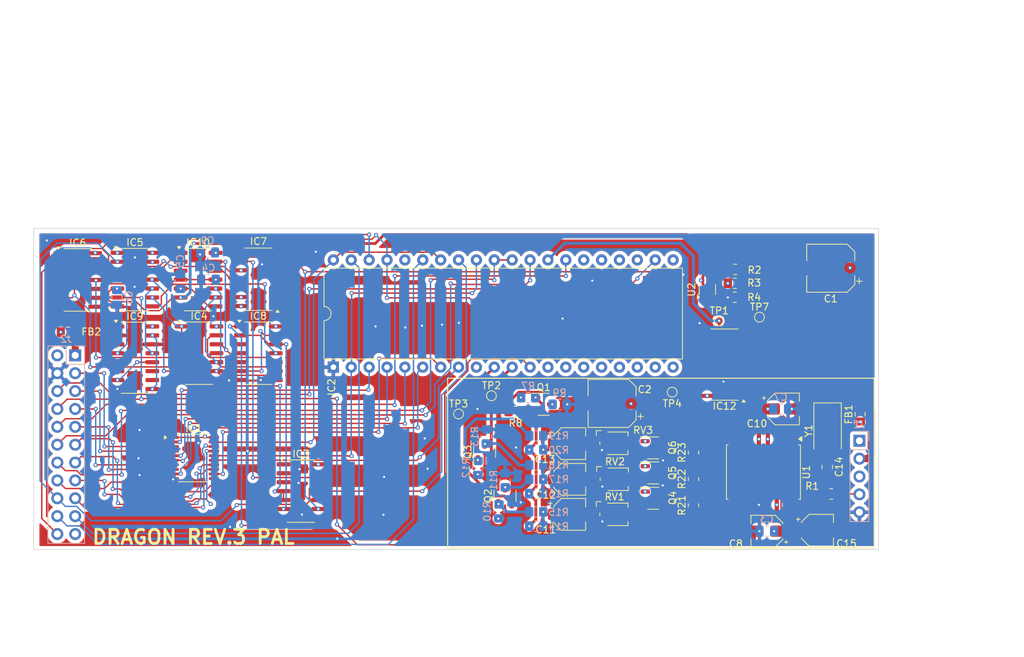
<source format=kicad_pcb>
(kicad_pcb (version 20240108) (generator "pcbnew") (generator_version "8.0")
  (layers (0 "F.Cu" signal) (1 "In1.Cu" signal) (2 "In2.Cu" signal) (31 "B.Cu" signal) (34 "B.Paste" user) (35 "F.Paste" user) (36 "B.SilkS" user "B.Silkscreen") (37 "F.SilkS" user "F.Silkscreen") (38 "B.Mask" user) (39 "F.Mask" user) (44 "Edge.Cuts" user))
  (net 0 "")
  (net 1 "+5V")
  (net 2 "GND")
  (net 3 "Net-(C4-Pad1)")
  (net 4 "Net-(C5-Pad1)")
  (net 5 "/LINE PULSES")
  (net 6 "Net-(Q4-B)")
  (net 7 "Net-(C11-Pad1)")
  (net 8 "Net-(C12-Pad1)")
  (net 9 "Net-(Q5-B)")
  (net 10 "Net-(Q6-B)")
  (net 11 "Net-(C13-Pad1)")
  (net 12 "Net-(J1-Pin_2)")
  (net 13 "Net-(J2-Pin_1)")
  (net 14 "DO6")
  (net 15 "~{RAS0}")
  (net 16 "DO5")
  (net 17 "DO2")
  (net 18 "DO3")
  (net 19 "DO0")
  (net 20 "DO7")
  (net 21 "DO4")
  (net 22 "DO1")
  (net 23 "CHB")
  (net 25 "~{FS}")
  (net 27 "CSS")
  (net 30 "DA0")
  (net 31 "GM1")
  (net 32 "~{HS}")
  (net 34 "CLK")
  (net 35 "GM0")
  (net 36 "~{A}{slash}G")
  (net 37 "phiA")
  (net 38 "LUM")
  (net 40 "GM2")
  (net 43 "phiB")
  (net 49 "Net-(IC3-Pad4)")
  (net 50 "VCLK")
  (net 51 "/~{VCLK}")
  (net 52 "Net-(IC7B-Q)")
  (net 53 "Net-(IC8A-MR)")
  (net 56 "LUM CONTROL")
  (net 58 "Net-(IC4-Pad1)")
  (net 59 "/~{VCLK}{slash}128")
  (net 60 "/~{VCLK}{slash}4")
  (net 61 "/FS'")
  (net 62 "/~{VCLK}{slash}64")
  (net 63 "Net-(IC6B-Q0)")
  (net 64 "/~{VCLK}{slash}32")
  (net 65 "Net-(IC6A-Q3)")
  (net 66 "Net-(IC9B-Q0)")
  (net 67 "Net-(IC7B-D)")
  (net 68 "~{NHS}")
  (net 69 "Net-(IC7B-C)")
  (net 82 "/~{VCLK}{slash}8")
  (net 84 "Net-(IC8B-Q0)")
  (net 89 "Net-(IC9A-Q3)")
  (net 90 "Net-(IC9B-Q3)")
  (net 98 "LINE PULSE")
  (net 101 "MUX X")
  (net 103 "SYNC CONTROL")
  (net 107 "VID OUT")
  (net 109 "Net-(R2-Pad2)")
  (net 110 "Net-(Q1-B)")
  (net 111 "Net-(Q1-E)")
  (net 112 "/B-Y")
  (net 113 "/Y-B")
  (net 114 "/R-Y")
  (net 115 "/Y-R")
  (net 116 "BLUE")
  (net 117 "GREEN")
  (net 118 "RED")
  (net 121 "Net-(U1-4FSC_CLK)")
  (net 122 "Net-(U1-CVBS_OUT)")
  (net 123 "Net-(C15-Pad2)")
  (net 127 "/Q1")
  (net 128 "/Q7")
  (net 129 "/Q6")
  (net 130 "/Q5")
  (net 131 "/Q3")
  (net 132 "/Q0")
  (net 133 "/Q2")
  (net 134 "/Q4")
  (net 135 "/~{Y}")
  (footprint "Capacitor_SMD:CP_Elec_4x5.4" (layer "F.Cu") (at 166.1668 122.1232)
    (property "Reference" "C11")
    (property "Value" "10uF")
  )
  (footprint "vdg:SOT-23-3" (layer "F.Cu") (at 154.0764 113.2531 90)
    (property "Reference" "Q3")
    (property "Value" "NPN")
  )
  (footprint "vdg:SOT-23-3" (layer "F.Cu") (at 162.47595 106.4768)
    (property "Reference" "Q1")
    (property "Value" "MMBT4401")
  )
  (footprint "Package_SO:SOIC-14_3.9x8.7mm_P1.27mm" (layer "F.Cu") (at 113.5014 99.2124)
    (property "Reference" "IC4")
    (property "Value" "74HCT20")
  )
  (footprint "Package_SO:SOIC-14_3.9x8.7mm_P1.27mm" (layer "F.Cu") (at 121.9566 88.6968 180)
    (property "Reference" "IC7")
    (property "Value" "74ALS74N")
  )
  (footprint "Inductor_SMD:L_0805_2012Metric_Pad1.15x1.40mm_HandSolder" (layer "F.Cu") (at 207.4164 107.8992 -90)
    (property "Reference" "FB1")
    (property "Value" "FerriteBead_Small")
  )
  (footprint "Package_SO:SOIC-14_3.9x8.7mm_P1.27mm" (layer "F.Cu") (at 113.3705 88.7476)
    (property "Reference" "IC10")
    (property "Value" "74HCT32")
  )
  (footprint "Package_SO:SOIC-14_3.9x8.7mm_P1.27mm" (layer "F.Cu") (at 121.9342 99.2124)
    (property "Reference" "IC8")
    (property "Value" "74HCT393")
  )
  (footprint "Inductor_SMD:L_0805_2012Metric_Pad1.15x1.40mm_HandSolder" (layer "F.Cu") (at 94.8944 96.2152 180)
    (property "Reference" "FB2")
    (property "Value" "FerriteBead_Small")
  )
  (footprint "Capacitor_SMD:C_0805_2012Metric" (layer "F.Cu") (at 202.7428 115.3668 -90)
    (property "Reference" "C14")
    (property "Value" "52pF")
  )
  (footprint "Resistor_SMD:R_0805_2012Metric_Pad1.20x1.40mm_HandSolder" (layer "F.Cu") (at 203.3016 119.2276 180)
    (property "Reference" "R1")
    (property "Value" "75R")
  )
  (footprint "Resistor_SMD:R_0805_2012Metric_Pad1.20x1.40mm_HandSolder" (layer "F.Cu") (at 189.6204 91.2534)
    (property "Reference" "R4")
    (property "Value" "1K8")
  )
  (footprint "Potentiometer_SMD:Potentiometer_Bourns_TC33X_Vertical" (layer "F.Cu") (at 172.5896 117.1288)
    (property "Reference" "RV2")
    (property "Value" "50K")
  )
  (footprint "TestPoint:TestPoint_Pad_D1.0mm" (layer "F.Cu") (at 150.368 107.8484)
    (property "Reference" "TP3")
    (property "Value" "TestPoint_PhiB")
  )
  (footprint "Resistor_SMD:R_0805_2012Metric_Pad1.20x1.40mm_HandSolder" (layer "F.Cu") (at 189.6712 87.291 180)
    (property "Reference" "R2")
    (property "Value" "12K")
  )
  (footprint "Potentiometer_SMD:Potentiometer_Bourns_TC33X_Vertical" (layer "F.Cu") (at 172.54 112.014)
    (property "Reference" "RV3")
    (property "Value" "50K")
  )
  (footprint "vdg:SOT-23-3" (layer "F.Cu") (at 178.0032 112.6744)
    (property "Reference" "Q6")
    (property "Value" "NPN")
  )
  (footprint "Package_DIP:DIP-40_W15.24mm" (layer "F.Cu") (at 132.588 101.1936 90)
    (property "Reference" "IC2")
    (property "Value" "MC6847")
  )
  (footprint "Capacitor_SMD:CP_Elec_4x5.4" (layer "F.Cu") (at 166.1668 112.0648)
    (property "Reference" "C13")
    (property "Value" "10uF")
  )
  (footprint "Capacitor_SMD:CP_Elec_4x5.4" (layer "F.Cu") (at 196.5198 107.1372)
    (property "Reference" "C10")
    (property "Value" "10uF")
  )
  (footprint "Capacitor_SMD:CP_Elec_6.3x5.8" (layer "F.Cu") (at 172.1866 106.3498 180)
    (property "Reference" "C2")
    (property "Value" "100uF")
  )
  (footprint "Package_SO:SOIC-16_3.9x9.9mm_P1.27mm" (layer "F.Cu") (at 104.394 99.8562)
    (property "Reference" "IC9")
    (property "Value" "74HCT390")
  )
  (footprint "Package_SO:SOIC-14_3.9x8.7mm_P1.27mm" (layer "F.Cu") (at 104.394 88.7476)
    (property "Reference" "IC5")
    (property "Value" "74HCT86")
  )
  (footprint "TestPoint:TestPoint_Pad_D1.0mm" (layer "F.Cu") (at 193.1162 94.0816)
    (property "Reference" "TP7")
    (property "Value" "TestPoint_LinePulse")
  )
  (footprint "Resistor_SMD:R_0805_2012Metric_Pad1.20x1.40mm_HandSolder" (layer "F.Cu") (at 189.6204 89.2722 180)
    (property "Reference" "R3")
    (property "Value" "8K2")
  )
  (footprint "Package_SO:SOIC-14_3.9x8.7mm_P1.27mm" (layer "F.Cu") (at 127.9794 118.8212)
    (property "Reference" "IC3")
    (property "Value" "74HCT00")
  )
  (footprint "vdg:SOT-23-3" (layer "F.Cu") (at 178.0341 116.2304)
    (property "Reference" "Q5")
    (property "Value" "NPN")
  )
  (footprint "TestPoint:TestPoint_Pad_D1.0mm" (layer "F.Cu") (at 187.4012 94.615)
    (property "Reference" "TP1")
    (property "Value" "TestPoint_Luma")
  )
  (footprint "Capacitor_SMD:CP_Elec_4x5.4" (layer "F.Cu") (at 166.1668 117.1448)
    (property "Reference" "C12")
    (property "Value" "10uF")
  )
  (footprint "TestPoint:TestPoint_Pad_D1.0mm" (layer "F.Cu") (at 180.721 104.7496)
    (property "Reference" "TP4")
    (property "Value" "TestPoint_MuxX")
  )
  (footprint "Package_SO:SOIC-14_3.9x8.7mm_P1.27mm" (layer "F.Cu") (at 96.266 88.7984)
    (property "Reference" "IC6")
    (property "Value" "74HCT393")
  )
  (footprint "Package_SO:SOIC-16W_7.5x10.3mm_P1.27mm" (layer "F.Cu") (at 193.675 116.1146 -90)
    (property "Reference" "U1")
    (property "Value" "AD724RJ")
  )
  (footprint "Capacitor_SMD:CP_Elec_4x5.4" (layer "F.Cu") (at 194.1576 124.5108 180)
    (property "Reference" "C8")
    (property "Value" "10uF")
  )
  (footprint "Package_TO_SOT_SMD:SOT-353_SC-70-5_Handsoldering" (layer "F.Cu") (at 185.7248 90.17 90)
    (property "Reference" "U2")
    (property "Value" "74AHC1G04")
  )
  (footprint "Resistor_SMD:R_0805_2012Metric_Pad1.20x1.40mm_HandSolder" (layer "F.Cu") (at 183.7436 120.8372 90)
    (property "Reference" "R21")
    (property "Value" "150R")
  )
  (footprint "Resistor_SMD:R_0805_2012Metric_Pad1.20x1.40mm_HandSolder" (layer "F.Cu") (at 158.47875 107.4928 180)
    (property "Reference" "R8")
    (property "Value" "910R")
  )
  (footprint "vdg:SOT-23-3" (layer "F.Cu") (at 156.972 119.4816 90)
    (property "Reference" "Q2")
    (property "Value" "NPN")
  )
  (footprint "TestPoint:TestPoint_Pad_D1.0mm" (layer "F.Cu") (at 155.0416 105.2576)
    (property "Reference" "TP2")
    (property "Value" "TestPoint_PhiA")
  )
  (footprint "Resistor_SMD:R_0805_2012Metric_Pad1.20x1.40mm_HandSolder" (layer "F.Cu") (at 183.7436 113.3348 90)
    (property "Reference" "R23")
    (property "Value" "150R")
  )
  (footprint "Potentiometer_SMD:Potentiometer_Bourns_TC33X_Vertical" (layer "F.Cu") (at 172.54 122.1232)
    (property "Reference" "RV1")
    (property "Value" "50K")
  )
  (footprint "Resistor_SMD:R_0805_2012Metric_Pad1.20x1.40mm_HandSolder" (layer "F.Cu") (at 183.7436 117.094 90)
    (property "Reference" "R22")
    (property "Value" "150R")
  )
  (footprint "Capacitor_SMD:CP_Elec_6.3x5.8" (layer "F.Cu") (at 203.2432 87.122 180)
    (property "Reference" "C1")
    (property "Value" "10uF")
  )
  (footprint "Crystal:Crystal_SMD_0603-2Pin_6.0x3.5mm" (layer "F.Cu") (at 202.7936 109.6264 -90)
    (property "Reference" "Y1")
    (property "Value" "4.433620MHz")
  )
  (footprint "Capacitor_SMD:CP_Elec_4x5.4" (layer "F.Cu") (at 201.3712 124.3838)
    (property "Reference" "C15")
    (property "Value" "10uF")
  )
  (footprint "Package_SO:TSSOP-20_4.4x6.5mm_P0.65mm" (layer "F.Cu") (at 112.7583 114.1078)
    (property "Reference" "IC1")
    (property "Value" "74HCT273")
  )
  (footprint "vdg:SOT-23-3" (layer "F.Cu") (at 178.0341 119.8372)
    (property "Reference" "Q4")
    (property "Value" "NPN")
  )
  (footprint "Package_SO:SOIC-16_3.9x9.9mm_P1.27mm" (layer "F.Cu") (at 188.1632 100.8292 180)
    (property "Reference" "IC12")
    (property "Value" "CD4053")
  )
  (footprint "Resistor_SMD:R_0805_2012Metric_Pad1.20x1.40mm_HandSolder" (layer "B.Cu") (at 157.0024 117.2773 -90)
    (property "Reference" "R11")
    (property "Value" "150R")
  )
  (footprint "Resistor_SMD:R_0805_2012Metric_Pad1.20x1.40mm_HandSolder" (layer "B.Cu") (at 153.1112 115.5192 -90)
    (property "Reference" "R12")
    (property "Value" "150R")
  )
  (footprint "Resistor_SMD:R_0805_2012Metric_Pad1.20x1.40mm_HandSolder" (layer "B.Cu") (at 161.4076 110.9472 180)
    (property "Reference" "R19")
    (property "Value" "2K7")
  )
  (footprint "Resistor_SMD:R_0805_2012Metric_Pad1.20x1.40mm_HandSolder" (layer "B.Cu") (at 160.26065 105.5216 180)
    (property "Reference" "R7")
    (property "Value" "180R")
  )
  (footprint "Resistor_SMD:R_0805_2012Metric_Pad1.20x1.40mm_HandSolder" (layer "B.Cu") (at 161.4076 112.9284 180)
    (property "Reference" "R20")
    (property "Value" "2K")
  )
  (footprint "Resistor_SMD:R_0805_2012Metric_Pad1.20x1.40mm_HandSolder" (layer "B.Cu") (at 154.3304 111.0488 -90)
    (property "Reference" "R13")
    (property "Value" "150R")
  )
  (footprint "Capacitor_SMD:C_0805_2012Metric_Pad1.18x1.45mm_HandSolder" (layer "B.Cu") (at 110.8456 89.0309 90)
    (property "Reference" "C5")
    (property "Value" "100pF")
  )
  (footprint "Capacitor_SMD:C_0805_2012Metric_Pad1.18x1.45mm_HandSolder" (layer "B.Cu") (at 114.7279 84.8868 180)
    (property "Reference" "C9")
    (property "Value" "0.01uF")
  )
  (footprint "Resistor_SMD:R_0805_2012Metric_Pad1.20x1.40mm_HandSolder" (layer "B.Cu") (at 161.4076 117.1448 180)
    (property "Reference" "R17")
    (property "Value" "6K8")
  )
  (footprint "Resistor_SMD:R_0805_2012Metric_Pad1.20x1.40mm_HandSolder" (layer "B.Cu") (at 161.4076 123.7996 180)
    (property "Reference" "R14")
    (property "Value" "3K3")
  )
  (footprint "Resistor_SMD:R_0805_2012Metric_Pad1.20x1.40mm_HandSolder" (layer "B.Cu") (at 164.73105 106.4868 180)
    (property "Reference" "R9")
    (property "Value" "100R")
  )
  (footprint "Capacitor_SMD:C_0805_2012Metric_Pad1.18x1.45mm_HandSolder" (layer "B.Cu") (at 101.854 91.2876 90)
    (property "Reference" "C6")
    (property "Value" "180pF")
  )
  (footprint "Connector_PinHeader_2.54mm:PinHeader_2x11_P2.54mm_Vertical" (layer "B.Cu") (at 95.9104 99.5172 180)
    (property "Reference" "J2")
    (property "Value" "Board Interconnect Male")
  )
  (footprint "Capacitor_SMD:C_0805_2012Metric_Pad1.18x1.45mm_HandSolder" (layer "B.Cu") (at 196.1422 107.1372 180)
    (property "Reference" "C7")
    (property "Value" "0.1uF")
  )
  (footprint "Resistor_SMD:R_0805_2012Metric_Pad1.20x1.40mm_HandSolder" (layer "B.Cu") (at 161.4076 121.7676 180)
    (property "Reference" "R15")
    (property "Value" "2K2")
  )
  (footprint "Capacitor_SMD:C_0805_2012Metric_Pad1.18x1.45mm_HandSolder" (layer "B.Cu") (at 194.1576 124.5108 180)
    (property "Reference" "C3")
    (property "Value" "0.1uF")
  )
  (footprint "Resistor_SMD:R_0805_2012Metric_Pad1.20x1.40mm_HandSolder" (layer "B.Cu") (at 156.088 121.6969 -90)
    (property "Reference" "R10")
    (property "Value" "150R")
  )
  (footprint "Resistor_SMD:R_0805_2012Metric_Pad1.20x1.40mm_HandSolder" (layer "B.Cu") (at 161.3888 119.1768 180)
    (property "Reference" "R16")
    (property "Value" "2K")
  )
  (footprint "Connector_PinHeader_2.54mm:PinHeader_1x05_P2.54mm_Vertical" (layer "B.Cu") (at 207.3148 111.6584 180)
    (property "Reference" "J1")
    (property "Value" "Video Output")
  )
  (footprint "Resistor_SMD:R_0805_2012Metric_Pad1.20x1.40mm_HandSolder" (layer "B.Cu") (at 161.4076 115.1128 180)
    (property "Reference" "R18")
    (property "Value" "4K7")
  )
  (footprint "Capacitor_SMD:C_0805_2012Metric_Pad1.18x1.45mm_HandSolder" (layer "B.Cu") (at 114.8373 88.7476 180)
    (property "Reference" "C4")
    (property "Value" "180pF")
  )
  (gr_rect (start 148.8186 102.7684) (end 209.423 126.8984) (stroke (width 0.15)) (fill none) (layer "F.SilkS"))
  (gr_line (start 210.0326 81.4832) (end 90.0176 81.4832) (stroke (width 0.1)) (layer "Edge.Cuts"))
  (gr_line (start 90.0176 81.4832) (end 90.0176 127.127) (stroke (width 0.1)) (layer "Edge.Cuts"))
  (gr_line (start 210.0326 127.127) (end 210.0326 81.4832) (stroke (width 0.1)) (layer "Edge.Cuts"))
  (gr_line (start 90.0176 127.127) (end 210.0326 127.127) (stroke (width 0.1)) (layer "Edge.Cuts"))
  (gr_text "DRAGON REV.3 PAL" (at 98.1202 126.5174 0) (layer "F.SilkS") (effects (font (size 2 2) (thickness 0.4) (bold yes)) (justify left bottom)))
  (segment (start 184.8104 88.8492) (end 185.0656 88.8492) (width 0.2) (layer "F.Cu") (net 1))
  (segment (start 185.0656 88.8492) (end 185.0748 88.84) (width 0.2) (layer "F.Cu") (net 1))
  (segment (start 114.4848 111.1828) (end 115.6208 111.1828) (width 0.2) (layer "F.Cu") (net 1))
  (segment (start 114.3508 111.0488) (end 114.4848 111.1828) (width 0.2) (layer "F.Cu") (net 1))
  (segment (start 114.2168 111.1828) (end 109.8958 111.1828) (width 0.2) (layer "F.Cu") (net 1))
  (segment (start 114.3508 111.0488) (end 114.2168 111.1828) (width 0.2) (layer "F.Cu") (net 1))
  (via (at 176.8856 115.2652) (size 0.6) (drill 0.3) (layers "F.Cu" "B.Cu") (net 1))
  (via (at 106.8832 86.2584) (size 0.6) (drill 0.3) (layers "F.Cu" "B.Cu") (net 1))
  (via (at 119.4816 91.2368) (size 0.6) (drill 0.3) (layers "F.Cu" "B.Cu") (net 1))
  (via (at 153.1112 116.4336) (size 0.6) (drill 0.3) (layers "F.Cu" "B.Cu") (net 1))
  (via (at 93.8694 96.2152) (size 0.6) (drill 0.3) (layers "F.Cu" "B.Cu") (net 1))
  (via (at 205.9864 87.0712) (size 0.6) (drill 0.3) (layers "F.Cu" "B.Cu") (net 1))
  (via (at 193.04 111.4298) (size 0.6) (drill 0.3) (layers "F.Cu" "B.Cu") (net 1))
  (via (at 119.4816 87.4268) (size 0.6) (drill 0.3) (layers "F.Cu" "B.Cu") (net 1))
  (via (at 194.31 111.4298) (size 0.6) (drill 0.3) (layers "F.Cu" "B.Cu") (net 1))
  (via (at 106.8832 95.4024) (size 0.6) (drill 0.3) (layers "F.Cu" "B.Cu") (net 1))
  (via (at 195.1951 124.5108) (size 0.6) (drill 0.3) (layers "F.Cu" "B.Cu") (net 1))
  (via (at 98.7552 84.9376) (size 0.6) (drill 0.3) (layers "F.Cu" "B.Cu") (net 1))
  (via (at 115.9764 95.4024) (size 0.6) (drill 0.3) (layers "F.Cu" "B.Cu") (net 1))
  (via (at 184.8104 88.8492) (size 0.6) (drill 0.3) (layers "F.Cu" "B.Cu") (net 1))
  (via (at 130.4544 115.0112) (size 0.6) (drill 0.3) (layers "F.Cu" "B.Cu") (net 1))
  (via (at 174.879 106.4006) (size 0.6) (drill 0.3) (layers "F.Cu" "B.Cu") (net 1))
  (via (at 207.4164 108.966) (size 0.6) (drill 0.3) (layers "F.Cu" "B.Cu") (net 1))
  (via (at 124.4092 95.4024) (size 0.6) (drill 0.3) (layers "F.Cu" "B.Cu") (net 1))
  (via (at 185.6882 105.2742) (size 0.6) (drill 0.3) (layers "F.Cu" "B.Cu") (net 1))
  (via (at 176.8856 111.7092) (size 0.6) (drill 0.3) (layers "F.Cu" "B.Cu") (net 1))
  (via (at 194.3134 107.1372) (size 0.6) (drill 0.3) (layers "F.Cu" "B.Cu") (net 1))
  (via (at 114.3508 111.0488) (size 0.6) (drill 0.3) (layers "F.Cu" "B.Cu") (net 1))
  (via (at 156.0068 122.7328) (size 0.6) (drill 0.3) (layers "F.Cu" "B.Cu") (net 1))
  (via (at 101.9048 84.9376) (size 0.6) (drill 0.3) (layers "F.Cu" "B.Cu") (net 1))
  (via (at 115.8748 84.9376) (size 0.6) (drill 0.3) (layers "F.Cu" "B.Cu") (net 1))
  (via (at 119.4816 92.5576) (size 0.6) (drill 0.3) (layers "F.Cu" "B.Cu") (net 1))
  (via (at 188.6204 89.2722) (size 0.6) (drill 0.3) (layers "F.Cu" "B.Cu") (net 1))
  (via (at 195.58 120.7646) (size 0.6) (drill 0.3) (layers "F.Cu" "B.Cu") (net 1))
  (via (at 159.22475 105.5116) (size 0.6) (drill 0.3) (layers "F.Cu" "B.Cu") (net 1))
  (via (at 176.8856 118.872) (size 0.6) (drill 0.3) (layers "F.Cu" "B.Cu") (net 1))
  (via (at 106.8832 84.9376) (size 0.6) (drill 0.3) (layers "F.Cu" "B.Cu") (net 1))
  (segment (start 186.5872 91.2876) (end 188.6204 91.2876) (width 0.2) (layer "F.Cu") (net 2))
  (segment (start 186.3748 91.5) (end 186.5872 91.2876) (width 0.2) (layer "F.Cu") (net 2))
  (via (at 145.1864 95.3008) (size 0.6) (drill 0.3) (layers "F.Cu" "B.Cu") (net 2))
  (via (at 109.8296 117.1448) (size 0.6) (drill 0.3) (layers "F.Cu" "B.Cu") (net 2))
  (via (at 188.0108 103.251) (size 0.6) (drill 0.3) (layers "F.Cu" "B.Cu") (net 2))
  (via (at 153.0604 107.1372) (size 0.6) (drill 0.3) (layers "F.Cu" "B.Cu") (net 2))
  (via (at 170.7896 123.1392) (size 0.6) (drill 0.3) (layers "F.Cu" "B.Cu") (net 2))
  (via (at 158.5468 112.6236) (size 0.6) (drill 0.3) (layers "F.Cu" "B.Cu") (net 2))
  (via (at 117.9068 123.9012) (size 0.6) (drill 0.3) (layers "F.Cu" "B.Cu") (net 2))
  (via (at 127.635 117.6528) (size 0.6) (drill 0.3) (layers "F.Cu" "B.Cu") (net 2))
  (via (at 193.1201 124.5108) (size 0.6) (drill 0.3) (layers "F.Cu" "B.Cu") (net 2))
  (via (at 127.762 115.697) (size 0.6) (drill 0.3) (layers "F.Cu" "B.Cu") (net 2))
  (via (at 139.7 122.174) (size 0.6) (drill 0.3) (layers "F.Cu" "B.Cu") (net 2))
  (via (at 105.0544 116.5352) (size 0.6) (drill 0.3) (layers "F.Cu" "B.Cu") (net 2))
  (via (at 179.3748 118.0084) (size 0.6) (drill 0.3) (layers "F.Cu" "B.Cu") (net 2))
  (via (at 138.5824 95.4024) (size 0.6) (drill 0.3) (layers "F.Cu" "B.Cu") (net 2))
  (via (at 115.5446 93.9546) (size 0.6) (drill 0.3) (layers "F.Cu" "B.Cu") (net 2))
  (via (at 91.8718 83.185) (size 0.6) (drill 0.3) (layers "F.Cu" "B.Cu") (net 2))
  (via (at 104.902 114.1476) (size 0.6) (drill 0.3) (layers "F.Cu" "B.Cu") (net 2))
  (via (at 150.4188 94.8944) (size 0.6) (drill 0.3) (layers "F.Cu" "B.Cu") (net 2))
  (via (at 145.9738 115.6208) (size 0.6) (drill 0.3) (layers "F.Cu" "B.Cu") (net 2))
  (via (at 113.411 111.9632) (size 0.6) (drill 0.3) (layers "F.Cu" "B.Cu") (net 2))
  (via (at 117.7544 103.0732) (size 0.6) (drill 0.3) (layers "F.Cu" "B.Cu") (net 2))
  (via (at 179.4256 114.4524) (size 0.6) (drill 0.3) (layers "F.Cu" "B.Cu") (net 2))
  (via (at 101.9048 104.2924) (size 0.6) (drill 0.3) (layers "F.Cu" "B.Cu") (net 2))
  (via (at 193.04 120.7646) (size 0.6) (drill 0.3) (layers "F.Cu" "B.Cu") (net 2))
  (via (at 142.7988 95.5548) (size 0.6) (drill 0.3) (layers "F.Cu" "B.Cu") (net 2))
  (via (at 184.6072 94.9452) (size 0.6) (drill 0.3) (layers "F.Cu" "B.Cu") (net 2))
  (via (at 128.1176 122.1486) (size 0.6) (drill 0.3) (layers "F.Cu" "B.Cu") (net 2))
  (via (at 145.5674 111.3282) (size 0.6) (drill 0.3) (layers "F.Cu" "B.Cu") (net 2))
  (via (at 188.6204 91.2876) (size 0.6) (drill 0.3) (layers "F.Cu" "B.Cu") (net 2))
  (via (at 104.3432 89.7636) (size 0.6) (drill 0.3) (layers "F.Cu" "B.Cu") (net 2))
  (via (at 165.1508 94.2848) (size 0.6) (drill 0.3) (layers "F.Cu" "B.Cu") (net 2))
  (via (at 105.0544 110.1344) (size 0.6) (drill 0.3) (layers "F.Cu" "B.Cu") (net 2))
  (via (at 104.394 85.598) (size 0.6) (drill 0.3) (layers "F.Cu" "B.Cu") (net 2))
  (via (at 120.396 113.1316) (size 0.6) (drill 0.3) (layers "F.Cu" "B.Cu") (net 2))
  (via (at 122.4534 86.5886) (size 0.6) (drill 0.3) (layers "F.Cu" "B.Cu") (net 2))
  (via (at 165.8112 106.4768) (size 0.6) (drill 0.3) (layers "F.Cu" "B.Cu") (net 2))
  (via (at 170.7388 112.9792) (size 0.6) (drill 0.3) (layers "F.Cu" "B.Cu") (net 2))
  (via (at 159.2072 120.4214) (size 0.6) (drill 0.3) (layers "F.Cu" "B.Cu") (net 2))
  (via (at 197.717 107.1372) (size 0.6) (drill 0.3) (layers "F.Cu" "B.Cu") (net 2))
  (via (at 130.0988 84.7852) (size 0.6) (drill 0.3) (layers "F.Cu" "B.Cu") (net 2))
  (via (at 170.7896 118.1608) (size 0.6) (drill 0.3) (layers "F.Cu" "B.Cu") (net 2))
  (via (at 148.0312 95.1484) (size 0.6) (drill 0.3) (layers "F.Cu" "B.Cu") (net 2))
  (via (at 133.1468 125.5776) (size 0.6) (drill 0.3) (layers "F.Cu" "B.Cu") (net 2))
  (via (at 182.3212 88.0364) (size 0.6) (drill 0.3) (layers "F.Cu" "B.Cu") (net 2))
  (via (at 169.3672 88.9) (size 0.6) (drill 0.3) (layers "F.Cu" "B.Cu") (net 2))
  (via (at 122.2756 103.0224) (size 0.6) (drill 0.3) (layers "F.Cu" "B.Cu") (net 2))
  (via (at 113.6396 85.1662) (size 0.6) (drill 0.3) (layers "F.Cu" "B.Cu") (net 2))
  (via (at 139.8016 116.7892) (size 0.6) (drill 0.3) (layers "F.Cu" "B.Cu") (net 2))
  (segment (start 115.8455 88.7476) (end 110.8955 88.7476) (width 0.2) (layer "F.Cu") (net 3))
  (via (at 115.8748 88.7476) (size 0.6) (drill 0.3) (layers "F.Cu" "B.Cu") (net 3))
  (segment (start 114.870501 92.5576) (end 115.8455 92.5576) (width 0.2) (layer "F.Cu") (net 4))
  (segment (start 110.8964 90.0176) (end 112.330501 90.0176) (width 0.2) (layer "F.Cu") (net 4))
  (segment (start 112.330501 90.0176) (end 114.870501 92.5576) (width 0.2) (layer "F.Cu") (net 4))
  (via (at 110.8964 90.0176) (size 0.6) (drill 0.3) (layers "F.Cu" "B.Cu") (net 4))
  (segment (start 107.884552 93.1576) (end 105.853448 93.1576) (width 0.2) (layer "F.Cu") (net 5))
  (segment (start 109.754552 91.2876) (end 107.884552 93.1576) (width 0.2) (layer "F.Cu") (net 5))
  (segment (start 100.644 91.628152) (end 100.644 90.5164) (width 0.2) (layer "F.Cu") (net 5))
  (segment (start 182.7784 82.3468) (end 139.8016 82.3468) (width 0.4) (layer "F.Cu") (net 5))
  (segment (start 101.1428 90.0176) (end 101.919 90.0176) (width 0.2) (layer "F.Cu") (net 5))
  (segment (start 100.903448 91.8876) (end 100.644 91.628152) (width 0.2) (layer "F.Cu") (net 5))
  (segment (start 100.644 90.5164) (end 101.1428 90.0176) (width 0.2) (layer "F.Cu") (net 5))
  (segment (start 185.7248 91.5) (end 185.7502 91.4746) (width 0.4) (layer "F.Cu") (net 5))
  (segment (start 185.7502 91.4746) (end 185.7502 85.3186) (width 0.4) (layer "F.Cu") (net 5))
  (segment (start 110.8955 91.2876) (end 109.754552 91.2876) (width 0.2) (layer "F.Cu") (net 5))
  (segment (start 105.594 92.898152) (end 105.594 92.894) (width 0.2) (layer "F.Cu") (net 5))
  (segment (start 185.7502 85.3186) (end 182.7784 82.3468) (width 0.4) (layer "F.Cu") (net 5))
  (segment (start 105.853448 93.1576) (end 105.594 92.898152) (width 0.2) (layer "F.Cu") (net 5))
  (segment (start 139.8016 82.3468) (end 138.5316 83.6168) (width 0.4) (layer "F.Cu") (net 5))
  (segment (start 138.5316 83.6168) (end 112.776 83.6168) (width 0.4) (layer "F.Cu") (net 5))
  (segment (start 104.5876 91.8876) (end 100.903448 91.8876) (width 0.2) (layer "F.Cu") (net 5))
  (segment (start 110.8955 91.2934) (end 110.8955 91.2876) (width 0.2) (layer "F.Cu") (net 5))
  (segment (start 105.594 92.894) (end 104.5876 91.8876) (width 0.2) (layer "F.Cu") (net 5))
  (via (at 101.854 90.0176) (size 0.6) (drill 0.3) (layers "F.Cu" "B.Cu") (net 5))
  (via (at 112.776 83.6168) (size 0.6) (drill 0.3) (layers "F.Cu" "B.Cu") (net 5))
  (via (at 110.8955 91.2934) (size 0.6) (drill 0.3) (layers "F.Cu" "B.Cu") (net 5))
  (via (at 101.919 99.2212) (size 0.6) (drill 0.3) (layers "F.Cu" "B.Cu") (net 5))
  (segment (start 103.2256 97.9146) (end 101.919 99.2212) (width 0.2) (layer "B.Cu") (net 5))
  (segment (start 111.5256 91.2934) (end 112.2426 90.5764) (width 0.4) (layer "B.Cu") (net 5))
  (segment (start 112.2426 84.1502) (end 112.776 83.6168) (width 0.4) (layer "B.Cu") (net 5))
  (segment (start 112.2426 90.5764) (end 112.2426 84.1502) (width 0.4) (layer "B.Cu") (net 5))
  (segment (start 103.2256 91.3892) (end 103.2256 97.9146) (width 0.2) (layer "B.Cu") (net 5))
  (segment (start 101.854 90.0176) (end 103.2256 91.3892) (width 0.2) (layer "B.Cu") (net 5))
  (segment (start 110.8955 91.2934) (end 111.5256 91.2934) (width 0.4) (layer "B.Cu") (net 5))
  (segment (start 167.9668 122.1232) (end 173.99 122.1232) (width 0.4) (layer "F.Cu") (net 6))
  (segment (start 175.5606 122.1232) (end 176.8966 120.7872) (width 0.4) (layer "F.Cu") (net 6))
  (segment (start 173.99 122.1232) (end 175.5606 122.1232) (width 0.4) (layer "F.Cu") (net 6))
  (segment (start 164.3668 122.1232) (end 165.5668 120.9232) (width 0.4) (layer "F.Cu") (net 7))
  (segment (start 170.54 120.9232) (end 170.74 121.1232) (width 0.4) (layer "F.Cu") (net 7))
  (segment (start 162.7632 122.1232) (end 162.4076 121.7676) (width 0.4) (layer "F.Cu") (net 7))
  (segment (start 165.5668 120.9232) (end 170.54 120.9232) (width 0.4) (layer "F.Cu") (net 7))
  (segment (start 164.3668 122.1232) (end 162.7632 122.1232) (width 0.4) (layer "F.Cu") (net 7))
  (via (at 162.4076 121.7676) (size 0.6) (drill 0.3) (layers "F.Cu" "B.Cu") (net 7))
  (segment (start 162.4076 123.7996) (end 162.4076 121.7676) (width 0.4) (layer "B.Cu") (net 7))
  (segment (start 164.3668 117.1448) (end 162.4076 117.1448) (width 0.4) (layer "F.Cu") (net 8))
  (segment (start 170.6056 115.9448) (end 170.7896 116.1288) (width 0.4) (layer "F.Cu") (net 8))
  (segment (start 165.5668 115.9448) (end 170.6056 115.9448) (width 0.4) (layer "F.Cu") (net 8))
  (segment (start 164.3668 117.1448) (end 165.5668 115.9448) (width 0.4) (layer "F.Cu") (net 8))
  (via (at 162.4076 117.1448) (size 0.6) (drill 0.3) (layers "F.Cu" "B.Cu") (net 8))
  (segment (start 162.3888 115.1316) (end 162.4076 115.1128) (width 0.2) (layer "B.Cu") (net 8))
  (segment (start 162.3888 119.1768) (end 162.3888 115.1316) (width 0.4) (layer "B.Cu") (net 8))
  (segment (start 176.845 117.1288) (end 176.8966 117.1804) (width 0.4) (layer "F.Cu") (net 9))
  (segment (start 167.9668 117.1448) (end 167.9828 117.1288) (width 0.4) (layer "F.Cu") (net 9))
  (segment (start 174.0396 117.1288) (end 176.845 117.1288) (width 0.4) (layer "F.Cu") (net 9))
  (segment (start 167.9828 117.1288) (end 174.0396 117.1288) (width 0.4) (layer "F.Cu") (net 9))
  (segment (start 167.9668 112.0648) (end 168.0176 112.014) (width 0.4) (layer "F.Cu") (net 10))
  (segment (start 175.2553 112.014) (end 176.8657 113.6244) (width 0.4) (layer "F.Cu") (net 10))
  (segment (start 168.0176 112.014) (end 173.99 112.014) (width 0.4) (layer "F.Cu") (net 10))
  (segment (start 173.99 112.014) (end 175.2553 112.014) (width 0.4) (layer "F.Cu") (net 10))
  (segment (start 164.3668 112.0648) (end 165.5668 110.8648) (width 0.4) (layer "F.Cu") (net 11))
  (segment (start 163.5032 112.9284) (end 164.3668 112.0648) (width 0.4) (layer "F.Cu") (net 11))
  (segment (start 162.4076 112.9284) (end 163.5032 112.9284) (width 0.4) (layer "F.Cu") (net 11))
  (segment (start 165.5668 110.8648) (end 170.5908 110.8648) (width 0.4) (layer "F.Cu") (net 11))
  (segment (start 170.5908 110.8648) (end 170.74 111.014) (width 0.4) (layer "F.Cu") (net 11))
  (via (at 162.4076 112.9284) (size 0.6) (drill 0.3) (layers "F.Cu" "B.Cu") (net 11))
  (segment (start 162.4076 112.9284) (end 162.4076 110.9472) (width 0.4) (layer "B.Cu") (net 11))
  (segment (start 207.3148 106.8922) (end 208.4414 106.8922) (width 1) (layer "F.Cu") (net 12))
  (segment (start 208.4832 114.1984) (end 207.3148 114.1984) (width 1) (layer "F.Cu") (net 12))
  (segment (start 208.4414 106.8922) (end 208.9912 107.442) (width 1) (layer "F.Cu") (net 12))
  (segment (start 208.9912 107.442) (end 208.9912 113.6904) (width 1) (layer "F.Cu") (net 12))
  (segment (start 208.9912 113.6904) (end 208.4832 114.1984) (width 1) (layer "F.Cu") (net 12))
  (segment (start 95.9194 96.2152) (end 95.9194 99.5082) (width 1) (layer "F.Cu") (net 13))
  (segment (start 95.9194 99.5082) (end 95.9104 99.5172) (width 0.2) (layer "F.Cu") (net 13))
  (segment (start 99.9744 117.2972) (end 100.076 117.3988) (width 0.2) (layer "F.Cu") (net 14))
  (segment (start 112.572071 120.2436) (end 103.118529 120.2436) (width 0.2) (layer "F.Cu") (net 14))
  (segment (start 102.153329 119.2784) (end 100.076 119.2784) (width 0.2) (layer "F.Cu") (net 14))
  (segment (start 112.883071 119.9326) (end 112.572071 120.2436) (width 0.2) (layer "F.Cu") (net 14))
  (segment (start 115.6196 113.1316) (end 115.6208 113.1328) (width 0.2) (layer "F.Cu") (net 14))
  (segment (start 114.6048 113.1316) (end 115.6196 113.1316) (width 0.2) (layer "F.Cu") (net 14))
  (segment (start 114.4462 119.9326) (end 112.883071 119.9326) (width 0.2) (layer "F.Cu") (net 14))
  (segment (start 103.118529 120.2436) (end 102.153329 119.2784) (width 0.2) (layer "F.Cu") (net 14))
  (segment (start 115.1636 120.65) (end 114.4462 119.9326) (width 0.2) (layer "F.Cu") (net 14))
  (segment (start 95.9104 117.2972) (end 99.9744 117.2972) (width 0.2) (layer "F.Cu") (net 14))
  (via (at 100.076 117.3988) (size 0.6) (drill 0.3) (layers "F.Cu" "B.Cu") (net 14))
  (via (at 100.076 119.2784) (size 0.6) (drill 0.3) (layers "F.Cu" "B.Cu") (net 14))
  (via (at 114.6048 113.1316) (size 0.6) (drill 0.3) (layers "F.Cu" "B.Cu") (net 14))
  (via (at 115.1636 120.65) (size 0.6) (drill 0.3) (layers "F.Cu" "B.Cu") (net 14))
  (segment (start 100.076 117.3988) (end 100.076 119.2784) (width 0.2) (layer "B.Cu") (net 14))
  (segment (start 115.1636 120.65) (end 114.6048 120.0912) (width 0.2) (layer "B.Cu") (net 14))
  (segment (start 114.6048 120.0912) (end 114.6048 113.1316) (width 0.2) (layer "B.Cu") (net 14))
  (segment (start 114.3 118.8974) (end 115.6208 117.5766) (width 0.2) (layer "F.Cu") (net 15))
  (segment (start 100.0944 118.4472) (end 101.0088 117.5328) (width 0.2) (layer "F.Cu") (net 15))
  (segment (start 102.4198 117.5328) (end 103.7844 118.8974) (width 0.2) (layer "F.Cu") (net 15))
  (segment (start 103.7844 118.8974) (end 114.3 118.8974) (width 0.2) (layer "F.Cu") (net 15))
  (segment (start 115.6208 117.5766) (end 115.6208 117.0328) (width 0.2) (layer "F.Cu") (net 15))
  (segment (start 93.3704 117.2972) (end 94.5204 118.4472) (width 0.2) (layer "F.Cu") (net 15))
  (segment (start 101.0088 117.5328) (end 102.4198 117.5328) (width 0.2) (layer "F.Cu") (net 15))
  (segment (start 94.5204 118.4472) (end 100.0944 118.4472) (width 0.2) (layer "F.Cu") (net 15))
  (segment (start 95.9104 114.7572) (end 96.7604 113.9072) (width 0.2) (layer "F.Cu") (net 16))
  (segment (start 96.7604 113.9072) (end 101.31 113.9072) (width 0.2) (layer "F.Cu") (net 16))
  (segment (start 113.5984 115.57) (end 114.0856 115.0828) (width 0.2) (layer "F.Cu") (net 16))
  (segment (start 112.9634 120.7008) (end 113.1316 120.5326) (width 0.2) (layer "F.Cu") (net 16))
  (segment (start 101.31 113.9072) (end 101.8856 114.4828) (width 0.2) (layer "F.Cu") (net 16))
  (segment (start 101.981 120.4976) (end 102.1842 120.7008) (width 0.2) (layer "F.Cu") (net 16))
  (segment (start 114.0856 115.0828) (end 115.6208 115.0828) (width 0.2) (layer "F.Cu") (net 16))
  (segment (start 102.1842 120.7008) (end 112.9634 120.7008) (width 0.2) (layer "F.Cu") (net 16))
  (via (at 113.5984 115.57) (size 0.6) (drill 0.3) (layers "F.Cu" "B.Cu") (net 16))
  (via (at 113.1316 120.5326) (size 0.6) (drill 0.3) (layers "F.Cu" "B.Cu") (net 16))
  (via (at 101.8856 114.4828) (size 0.6) (drill 0.3) (layers "F.Cu" "B.Cu") (net 16))
  (via (at 101.981 120.4976) (size 0.6) (drill 0.3) (layers "F.Cu" "B.Cu") (net 16))
  (segment (start 113.1316 120.5326) (end 113.7412 119.923) (width 0.2) (layer "B.Cu") (net 16))
  (segment (start 101.981 120.4976) (end 101.9048 120.4214) (width 0.2) (layer "B.Cu") (net 16))
  (segment (start 101.9048 114.502) (end 101.8856 114.4828) (width 0.2) (layer "B.Cu") (net 16))
  (segment (start 113.7412 119.923) (end 113.7412 115.7128) (width 0.2) (layer "B.Cu") (net 16))
  (segment (start 101.9048 120.4214) (end 101.9048 114.502) (width 0.2) (layer "B.Cu") (net 16))
  (segment (start 113.7412 115.7128) (end 113.5984 115.57) (width 0.2) (layer "B.Cu") (net 16))
  (segment (start 98.806 115.1128) (end 98.836 115.0828) (width 0.2) (layer "F.Cu") (net 17))
  (segment (start 95.9104 107.1372) (end 98.8252 107.1372) (width 0.2) (layer "F.Cu") (net 17))
  (segment (start 98.836 115.0828) (end 109.8958 115.0828) (width 0.2) (layer "F.Cu") (net 17))
  (via (at 98.806 115.1128) (size 0.6) (drill 0.3) (layers "F.Cu" "B.Cu") (net 17))
  (via (at 98.8252 107.1372) (size 0.6) (drill 0.3) (layers "F.Cu" "B.Cu") (net 17))
  (segment (start 98.8252 107.1372) (end 98.8252 115.0936) (width 0.2) (layer "B.Cu") (net 17))
  (segment (start 98.8252 115.0936) (end 98.806 115.1128) (width 0.2) (layer "B.Cu") (net 17))
  (segment (start 95.9104 109.6772) (end 100.5744 109.6772) (width 0.2) (layer "F.Cu") (net 18))
  (segment (start 101.4372 115.7328) (end 109.8958 115.7328) (width 0.2) (layer "F.Cu") (net 18))
  (segment (start 100.6856 115.7732) (end 101.3968 115.7732) (width 0.2) (layer "F.Cu") (net 18))
  (segment (start 100.5744 109.6772) (end 100.6252 109.728) (width 0.2) (layer "F.Cu") (net 18))
  (segment (start 101.3968 115.7732) (end 101.4372 115.7328) (width 0.2) (layer "F.Cu") (net 18))
  (via (at 100.6856 115.7732) (size 0.6) (drill 0.3) (layers "F.Cu" "B.Cu") (net 18))
  (via (at 100.6252 109.728) (size 0.6) (drill 0.3) (layers "F.Cu" "B.Cu") (net 18))
  (segment (start 100.6856 109.7884) (end 100.6856 115.7732) (width 0.2) (layer "B.Cu") (net 18))
  (segment (start 100.6252 109.728) (end 100.6856 109.7884) (width 0.2) (layer "B.Cu") (net 18))
  (segment (start 100.076 112.4712) (end 100.0876 112.4828) (width 0.2) (layer "F.Cu") (net 19))
  (segment (start 95.9104 102.0572) (end 100.0252 102.0572) (width 0.2) (layer "F.Cu") (net 19))
  (segment (start 100.0876 112.4828) (end 109.8958 112.4828) (width 0.2) (layer "F.Cu") (net 19))
  (via (at 100.076 112.4712) (size 0.6) (drill 0.3) (layers "F.Cu" "B.Cu") (net 19))
  (via (at 100.0252 102.0572) (size 0.6) (drill 0.3) (layers "F.Cu" "B.Cu") (net 19))
  (segment (start 100.0252 102.0572) (end 100.0252 112.4204) (width 0.2) (layer "B.Cu") (net 19))
  (segment (start 100.0252 112.4204) (end 100.076 112.4712) (width 0.2) (layer "B.Cu") (net 19))
  (segment (start 114.587422 112.4828) (end 115.6208 112.4828) (width 0.2) (layer "F.Cu") (net 20))
  (segment (start 114.451119 112.346497) (end 114.587422 112.4828) (width 0.2) (layer "F.Cu") (net 20))
  (segment (start 114.0714 121.1326) (end 97.2058 121.1326) (width 0.2) (layer "F.Cu") (net 20))
  (segment (start 97.2058 121.1326) (end 95.9104 119.8372) (width 0.2) (layer "F.Cu") (net 20))
  (via (at 114.0714 121.1326) (size 0.6) (drill 0.3) (layers "F.Cu" "B.Cu") (net 20))
  (via (at 114.451119 112.346497) (size 0.6) (drill 0.3) (layers "F.Cu" "B.Cu") (net 20))
  (segment (start 114.1984 113.573729) (end 114.0048 113.380129) (width 0.2) (layer "B.Cu") (net 20))
  (segment (start 114.0048 113.380129) (end 114.0048 112.792816) (width 0.2) (layer "B.Cu") (net 20))
  (segment (start 114.0714 121.1326) (end 114.1984 121.0056) (width 0.2) (layer "B.Cu") (net 20))
  (segment (start 114.1984 121.0056) (end 114.1984 113.573729) (width 0.2) (layer "B.Cu") (net 20))
  (segment (start 114.0048 112.792816) (end 114.451119 112.346497) (width 0.2) (layer "B.Cu") (net 20))
  (segment (start 113.1412 116.332) (end 113.9952 116.332) (width 0.2) (layer "F.Cu") (net 21))
  (segment (start 96.7604 111.3672) (end 100.77 111.3672) (width 0.2) (layer "F.Cu") (net 21))
  (segment (start 100.77 111.3672) (end 101.2856 111.8828) (width 0.2) (layer "F.Cu") (net 21))
  (segment (start 102.3112 118.5164) (end 101.2444 118.5164) (width 0.2) (layer "F.Cu") (net 21))
  (segment (start 95.9104 112.2172) (end 96.7604 111.3672) (width 0.2) (layer "F.Cu") (net 21))
  (segment (start 112.262471 119.6436) (end 103.4384 119.6436) (width 0.2) (layer "F.Cu") (net 21))
  (segment (start 103.4384 119.6436) (end 102.3112 118.5164) (width 0.2) (layer "F.Cu") (net 21))
  (segment (start 114.5944 115.7328) (end 115.6208 115.7328) (width 0.2) (layer "F.Cu") (net 21))
  (segment (start 113.9952 116.332) (end 114.5944 115.7328) (width 0.2) (layer "F.Cu") (net 21))
  (via (at 101.2444 118.5164) (size 0.6) (drill 0.3) (layers "F.Cu" "B.Cu") (net 21))
  (via (at 112.262471 119.6436) (size 0.6) (drill 0.3) (layers "F.Cu" "B.Cu") (net 21))
  (via (at 101.2856 111.8828) (size 0.6) (drill 0.3) (layers "F.Cu" "B.Cu") (net 21))
  (via (at 113.1412 116.332) (size 0.6) (drill 0.3) (layers "F.Cu" "B.Cu") (net 21))
  (segment (start 101.2856 118.4752) (end 101.2444 118.5164) (width 0.2) (layer "B.Cu") (net 21))
  (segment (start 101.2856 111.8828) (end 101.2856 118.4752) (width 0.2) (layer "B.Cu") (net 21))
  (segment (start 113.3348 118.571271) (end 113.3348 116.5256) (width 0.2) (layer "B.Cu") (net 21))
  (segment (start 113.3348 116.5256) (end 113.1412 116.332) (width 0.2) (layer "B.Cu") (net 21))
  (segment (start 112.262471 119.6436) (end 113.3348 118.571271) (width 0.2) (layer "B.Cu") (net 21))
  (segment (start 99.4664 113.1316) (end 99.4676 113.1328) (width 0.2) (layer "F.Cu") (net 22))
  (segment (start 99.4676 113.1328) (end 109.8958 113.1328) (width 0.2) (layer "F.Cu") (net 22))
  (segment (start 99.3744 104.5972) (end 99.4252 104.648) (width 0.2) (layer "F.Cu") (net 22))
  (segment (start 95.9104 104.5972) (end 99.3744 104.5972) (width 0.2) (layer "F.Cu") (net 22))
  (via (at 99.4252 104.648) (size 0.6) (drill 0.3) (layers "F.Cu" "B.Cu") (net 22))
  (via (at 99.4664 113.1316) (size 0.6) (drill 0.3) (layers "F.Cu" "B.Cu") (net 22))
  (segment (start 99.4252 113.0904) (end 99.4664 113.1316) (width 0.2) (layer "B.Cu") (net 22))
  (segment (start 99.4252 104.648) (end 99.4252 113.0904) (width 0.2) (layer "B.Cu") (net 22))
  (segment (start 151.7396 125.8824) (end 148.4122 122.555) (width 0.2) (layer "F.Cu") (net 25))
  (segment (start 138.059329 83.0168) (end 111.1948 83.0168) (width 0.2) (layer "F.Cu") (net 25))
  (segment (start 148.4122 105.0036) (end 151.6888 101.727) (width 0.2) (layer "F.Cu") (net 25))
  (segment (start 99.746952 85.6488) (end 100.0252 85.927048) (width 0.2) (layer "F.Cu") (net 25))
  (segment (start 94.4006 85.6488) (end 99.746952 85.6488) (width 0.2) (layer "F.Cu") (net 25))
  (segment (start 195.2244 117.8052) (end 190.1952 117.8052) (width 0.2) (layer "F.Cu") (net 25))
  (segment (start 105.0036 87.4776) (end 106.869 87.4776) (width 0.2) (layer "F.Cu") (net 25))
  (segment (start 151.6888 101.727) (end 151.6888 100.5332) (width 0.2) (layer "F.Cu") (net 25))
  (segment (start 188.595 121.793) (end 184.5056 125.8824) (width 0.2) (layer "F.Cu") (net 25))
  (segment (start 152.9334 92.3798) (end 152.9334 99.2886) (width 0.2) (layer "F.Cu") (net 25))
  (segment (start 152.9334 99.2886) (end 152.1968 100.0252) (width 0.2) (layer "F.Cu") (net 25))
  (segment (start 100.0252 85.927048) (end 100.0252 87.219199) (width 0.2) (layer "F.Cu") (net 25))
  (segment (start 103.1336 89.3476) (end 105.0036 87.4776) (width 0.2) (layer "F.Cu") (net 25))
  (segment (start 91.1606 122.7074) (end 93.3704 124.9172) (width 0.2) (layer "F.Cu") (net 25))
  (segment (start 151.6888 100.5332) (end 152.1968 100.0252) (width 0.2) (layer "F.Cu") (net 25))
  (segment (start 196.85 120.7646) (end 196.85 119.4816) (width 0.2) (layer "F.Cu") (net 25))
  (segment (start 184.5056 125.8824) (end 151.7396 125.8824) (width 0.2) (layer "F.Cu") (net 25))
  (segment (start 107.939948 87.4776) (end 106.869 87.4776) (width 0.2) (layer "F.Cu") (net 25))
  (segment (start 109.6205 84.5911) (end 109.6205 85.797048) (width 0.2) (layer "F.Cu") (net 25))
  (segment (start 190.1952 117.8052) (end 188.595 119.4054) (width 0.2) (layer "F.Cu") (net 25))
  (segment (start 99.715999 87.5284) (end 98.741 87.5284) (width 0.2) (layer "F.Cu") (net 25))
  (segment (start 100.0252 87.219199) (end 99.715999 87.5284) (width 0.2) (layer "F.Cu") (net 25))
  (segment (start 148.4122 122.555) (end 148.4122 105.0036) (width 0.2) (layer "F.Cu") (net 25))
  (segment (start 140.208 91.3384) (end 151.892 91.3384) (width 0.2) (layer "F.Cu") (net 25))
  (segment (start 196.8754 119.4562) (end 195.2244 117.8052) (width 0.2) (layer "F.Cu") (net 25))
  (segment (start 92.632648 86.2584) (end 91.1606 87.730448) (width 0.2) (layer "F.Cu") (net 25))
  (segment (start 109.6205 85.797048) (end 107.939948 87.4776) (width 0.2) (layer "F.Cu") (net 25))
  (segment (start 93.791 86.2584) (end 94.4006 85.6488) (width 0.2) (layer "F.Cu") (net 25))
  (segment (start 138.653129 82.423) (end 138.059329 83.0168) (width 0.2) (layer "F.Cu") (net 25))
  (segment (start 91.1606 87.730448) (end 91.1606 122.7074) (width 0.2) (layer "F.Cu") (net 25))
  (segment (start 151.892 91.3384) (end 152.9334 92.3798) (width 0.2) (layer "F.Cu") (net 25))
  (segment (start 159.3596 100.0252) (end 160.528 101.1936) (width 0.2) (layer "F.Cu") (net 25))
  (segment (start 93.791 86.2584) (end 92.632648 86.2584) (width 0.2) (layer "F.Cu") (net 25))
  (segment (start 99.715999 87.5284) (end 100.244 88.056401) (width 0.2) (layer "F.Cu") (net 25))
  (segment (start 188.595 119.4054) (end 188.595 121.793) (width 0.2) (layer "F.Cu") (net 25))
  (segment (start 100.903448 89.3476) (end 103.1336 89.3476) (width 0.2) (layer "F.Cu") (net 25))
  (segment (start 152.1968 100.0252) (end 159.3596 100.0252) (width 0.2) (layer "F.Cu") (net 25))
  (segment (start 100.244 88.056401) (end 100.244 88.688152) (width 0.2) (layer "F.Cu") (net 25))
  (segment (start 111.1948 83.0168) (end 109.6205 84.5911) (width 0.2) (layer "F.Cu") (net 25))
  (segment (start 100.244 88.688152) (end 100.903448 89.3476) (width 0.2) (layer "F.Cu") (net 25))
  (segment (start 196.85 119.4816) (end 196.8754 119.4562) (width 0.2) (layer "F.Cu") (net 25))
  (via (at 140.208 91.3384) (size 0.6) (drill 0.3) (layers "F.Cu" "B.Cu") (net 25))
  (via (at 138.653129 82.423) (size 0.6) (drill 0.3) (layers "F.Cu" "B.Cu") (net 25))
  (segment (start 138.653129 82.423) (end 140.208 83.977871) (width 0.2) (layer "B.Cu") (net 25))
  (segment (start 140.208 83.977871) (end 140.208 85.9536) (width 0.2) (layer "B.Cu") (net 25))
  (segment (start 140.208 91.3384) (end 140.208 85.9536) (width 0.2) (layer "B.Cu") (net 25))
  (segment (start 134.7216 124.8156) (end 98.3488 124.8156) (width 0.2) (layer "B.Cu") (net 27))
  (segment (start 136.228 123.3092) (end 134.7216 124.8156) (width 0.2) (layer "B.Cu") (net 27))
  (segment (start 136.228 87.0536) (end 136.228 123.3092) (width 0.2) (layer "B.Cu") (net 27))
  (segment (start 98.3488 124.8156) (end 95.9104 122.3772) (width 0.2) (layer "B.Cu") (net 27))
  (segment (start 135.128 85.9536) (end 136.228 87.0536) (width 0.2) (layer "B.Cu") (net 27))
  (segment (start 174.2948 90.0684) (end 175.768 88.5952) (width 0.2) (layer "F.Cu") (net 30))
  (segment (start 129.1844 105.064) (end 101.066248 105.064) (width 0.2) (layer "F.Cu") (net 30))
  (segment (start 101.066248 105.064) (end 99.449448 103.4472) (width 0.2) (layer "F.Cu") (net 30))
  (segment (start 129.1748 90.0684) (end 174.2948 90.0684) (width 0.2) (layer "F.Cu") (net 30))
  (segment (start 99.449448 103.4472) (end 94.5204 103.4472) (width 0.2) (layer "F.Cu") (net 30))
  (segment (start 94.5204 103.4472) (end 93.3704 104.5972) (width 0.2) (layer "F.Cu") (net 30))
  (via (at 129.1844 105.064) (size 0.6) (drill 0.3) (layers "F.Cu" "B.Cu") (net 30))
  (via (at 129.1748 90.0684) (size 0.6) (drill 0.3) (layers "F.Cu" "B.Cu") (net 30))
  (via (at 175.768 88.5952) (size 0.6) (drill 0.3) (layers "F.Cu" "B.Cu") (net 30))
  (segment (start 129.1748 105.0544) (end 129.1748 90.0684) (width 0.2) (layer "B.Cu") (net 30))
  (segment (start 129.1844 105.064) (end 129.1748 105.0544) (width 0.2) (layer "B.Cu") (net 30))
  (segment (start 178.308 85.9536) (end 175.768 88.4936) (width 0.2) (layer "B.Cu") (net 30))
  (segment (start 175.768 88.4936) (end 175.768 88.5952) (width 0.2) (layer "B.Cu") (net 30))
  (segment (start 145.6944 107.9912) (end 138.1664 107.9912) (width 0.2) (layer "F.Cu") (net 31))
  (segment (start 149.2504 89.2968) (end 149.3836 89.43) (width 0.2) (layer "F.Cu") (net 31))
  (segment (start 149.3836 89.43) (end 159.9472 89.43) (width 0.2) (layer "F.Cu") (net 31))
  (segment (start 94.6404 110.9472) (end 93.3704 112.2172) (width 0.2) (layer "F.Cu") (net 31))
  (segment (start 100.254529 110.9472) (end 94.6404 110.9472) (width 0.2) (layer "F.Cu") (net 31))
  (segment (start 138.1252 107.95) (end 103.251729 107.95) (width 0.2) (layer "F.Cu") (net 31))
  (segment (start 159.9472 89.43) (end 160.528 88.8492) (width 0.2) (layer "F.Cu") (net 31))
  (segment (start 138.1664 107.9912) (end 138.1252 107.95) (width 0.2) (layer "F.Cu") (net 31))
  (segment (start 103.251729 107.95) (end 100.254529 110.9472) (width 0.2) (layer "F.Cu") (net 31))
  (via (at 149.2504 89.2968) (size 0.6) (drill 0.3) (layers "F.Cu" "B.Cu") (net 31))
  (via (at 145.6944 107.9912) (size 0.6) (drill 0.3) (layers "F.Cu" "B.Cu") (net 31))
  (via (at 160.528 88.8492) (size 0.6) (drill 0.3) (layers "F.Cu" "B.Cu") (net 31))
  (segment (start 160.528 88.8492) (end 160.528 85.9536) (width 0.2) (layer "B.Cu") (net 31))
  (segment (start 146.9898 103.587435) (end 149.2504 101.326835) (width 0.2) (layer "B.Cu") (net 31))
  (segment (start 146.9898 106.6958) (end 146.9898 103.587435) (width 0.2) (layer "B.Cu") (net 31))
  (segment (start 149.2504 101.326835) (end 149.2504 89.2968) (width 0.2) (layer "B.Cu") (net 31))
  (segment (start 145.6944 107.9912) (end 146.9898 106.6958) (width 0.2) (layer "B.Cu") (net 31))
  (segment (start 100.644 85.275848) (end 100.644 88.452) (width 0.2) (layer "F.Cu") (net 32))
  (segment (start 100.9396 88.7476) (end 101.919 88.7476) (width 0.2) (layer "F.Cu") (net 32))
  (segment (start 93.791 84.9884) (end 94.4418 84.3376) (width 0.2) (layer "F.Cu") (net 32))
  (segment (start 94.4418 84.3376) (end 99.705752 84.3376) (width 0.2) (layer "F.Cu") (net 32))
  (segment (start 137.668 82.3468) (end 101.696552 82.3468) (width 0.2) (layer "F.Cu") (net 32))
  (segment (start 99.705752 84.3376) (end 100.644 85.275848) (width 0.2) (layer "F.Cu") (net 32))
  (segment (start 101.696552 82.3468) (end 99.705752 84.3376) (width 0.2) (layer "F.Cu") (net 32))
  (segment (start 100.644 88.452) (end 100.9396 88.7476) (width 0.2) (layer "F.Cu") (net 32))
  (via (at 137.668 82.3468) (size 0.6) (drill 0.3) (layers "F.Cu" "B.Cu") (net 32))
  (segment (start 137.668 82.3468) (end 137.668 85.9536) (width 0.2) (layer "B.Cu") (net 32))
  (segment (start 145.2118 118.8212) (end 130.4544 118.8212) (width 0.2) (layer "F.Cu") (net 34))
  (via (at 145.2118 118.8212) (size 0.6) (drill 0.3) (layers "F.Cu" "B.Cu") (net 34))
  (segment (start 147.974 105.143235) (end 151.468 101.649235) (width 0.2) (layer "B.Cu") (net 34))
  (segment (start 147.974 116.059) (end 147.974 105.143235) (width 0.2) (layer "B.Cu") (net 34))
  (segment (start 151.468 101.649235) (end 151.468 87.0536) (width 0.2) (layer "B.Cu") (net 34))
  (segment (start 151.468 87.0536) (end 150.368 85.9536) (width 0.2) (layer "B.Cu") (net 34))
  (segment (start 145.2118 118.8212) (end 147.974 116.059) (width 0.2) (layer "B.Cu") (net 34))
  (segment (start 146.4056 88.83) (end 146.5388 88.6968) (width 0.2) (layer "F.Cu") (net 35))
  (segment (start 155.448 85.9536) (end 157.988 85.9536) (width 0.2) (layer "F.Cu") (net 35))
  (segment (start 102.5144 107.3404) (end 102.4128 107.442) (width 0.2) (layer "F.Cu") (net 35))
  (segment (start 94.5204 115.9072) (end 93.3704 114.7572) (width 0.2) (layer "F.Cu") (net 35))
  (segment (start 102.5144 116.4844) (end 96.723946 116.4844) (width 0.2) (layer "F.Cu") (net 35))
  (segment (start 96.723946 116.4844) (end 96.146746 115.9072) (width 0.2) (layer "F.Cu") (net 35))
  (segment (start 155.3148 88.6968) (end 155.448 88.83) (width 0.2) (layer "F.Cu") (net 35))
  (segment (start 96.146746 115.9072) (end 94.5204 115.9072) (width 0.2) (layer "F.Cu") (net 35))
  (segment (start 146.5388 88.6968) (end 155.3148 88.6968) (width 0.2) (layer "F.Cu") (net 35))
  (segment (start 145.1864 107.3404) (end 102.5144 107.3404) (width 0.2) (layer "F.Cu") (net 35))
  (via (at 102.5144 116.4844) (size 0.6) (drill 0.3) (layers "F.Cu" "B.Cu") (net 35))
  (via (at 155.448 88.83) (size 0.6) (drill 0.3) (layers "F.Cu" "B.Cu") (net 35))
  (via (at 102.4128 107.442) (size 0.6) (drill 0.3) (layers "F.Cu" "B.Cu") (net 35))
  (via (at 145.1864 107.3404) (size 0.6) (drill 0.3) (layers "F.Cu" "B.Cu") (net 35))
  (via (at 146.4056 88.83) (size 0.6) (drill 0.3) (layers "F.Cu" "B.Cu") (net 35))
  (segment (start 146.388 106.1388) (end 146.388 88.8476) (width 0.2) (layer "B.Cu") (net 35))
  (segment (start 145.1864 107.3404) (end 146.388 106.1388) (width 0.2) (layer "B.Cu") (net 35))
  (segment (start 102.4128 107.442) (end 102.4856 107.5148) (width 0.2) (layer "B.Cu") (net 35))
  (segment (start 155.448 88.83) (end 155.448 85.9536) (width 0.2) (layer "B.Cu") (net 35))
  (segment (start 102.4856 107.5148) (end 102.4856 116.4556) (width 0.2) (layer "B.Cu") (net 35))
  (segment (start 146.388 88.8476) (end 146.4056 88.83) (width 0.2) (layer "B.Cu") (net 35))
  (segment (start 102.4856 116.4556) (end 102.5144 116.4844) (width 0.2) (layer "B.Cu") (net 35))
  (segment (start 96.5384 123.7672) (end 94.7604 123.7672) (width 0.2) (layer "B.Cu") (net 36))
  (segment (start 94.7604 123.7672) (end 93.3704 122.3772) (width 0.2) (layer "B.Cu") (net 36))
  (segment (start 140.4112 126.3904) (end 99.1616 126.3904) (width 0.2) (layer "B.Cu") (net 36))
  (segment (start 143.9672 87.2744) (end 143.9672 122.8344) (width 0.2) (layer "B.Cu") (net 36))
  (segment (start 99.1616 126.3904) (end 96.5384 123.7672) (width 0.2) (layer "B.Cu") (net 36))
  (segment (start 145.288 85.9536) (end 143.9672 87.2744) (width 0.2) (layer "B.Cu") (net 36))
  (segment (start 143.9672 122.8344) (end 140.4112 126.3904) (width 0.2) (layer "B.Cu") (net 36))
  (segment (start 157.988 101.1936) (end 155.0264 104.1552) (width 0.4) (layer "F.Cu") (net 37))
  (segment (start 155.0264 104.1552) (end 155.0264 114.3906) (width 0.4) (layer "F.Cu") (net 37))
  (segment (start 186.245884 100.1942) (end 185.6882 100.1942) (width 0.4) (layer "F.Cu") (net 38))
  (segment (start 187.4012 94.615) (end 187.4012 99.038884) (width 0.4) (layer "F.Cu") (net 38))
  (segment (start 187.4012 99.038884) (end 186.245884 100.1942) (width 0.4) (layer "F.Cu") (net 38))
  (segment (start 187.3758 94.615) (end 187.4012 94.615) (width 0.4) (layer "F.Cu") (net 38))
  (via (at 187.3758 94.615) (size 0.6) (drill 0.3) (layers "F.Cu" "B.Cu") (net 38))
  (segment (start 183.7436 85.4202) (end 183.7436 92.1512) (width 0.4) (layer "B.Cu") (net 38))
  (segment (start 181.9148 83.5914) (end 183.7436 85.4202) (width 0.4) (layer "B.Cu") (net 38))
  (segment (start 163.068 85.9536) (end 165.4302 83.5914) (width 0.4) (layer "B.Cu") (net 38))
  (segment (start 183.7436 92.1512) (end 186.2074 94.615) (width 0.4) (layer "B.Cu") (net 38))
  (segment (start 165.4302 83.5914) (end 181.9148 83.5914) (width 0.4) (layer "B.Cu") (net 38))
  (segment (start 186.2074 94.615) (end 187.3758 94.615) (width 0.4) (layer "B.Cu") (net 38))
  (segment (start 137.484 106.4768) (end 141.1732 106.4768) (width 0.2) (layer "F.Cu") (net 40))
  (segment (start 100.334129 106.4768) (end 98.283729 108.5272) (width 0.2) (layer "F.Cu") (net 40))
  (segment (start 137.484 106.4768) (end 100.334129 106.4768) (width 0.2) (layer "F.Cu") (net 40))
  (segment (start 141.1732 106.4768) (end 141.2748 106.5784) (width 0.2) (layer "F.Cu") (net 40))
  (segment (start 98.283729 108.5272) (end 94.5204 108.5272) (width 0.2) (layer "F.Cu") (net 40))
  (segment (start 141.3256 88.23) (end 165.608 88.23) (width 0.2) (layer "F.Cu") (net 40))
  (segment (start 94.5204 108.5272) (end 93.3704 109.6772) (width 0.2) (layer "F.Cu") (net 40))
  (via (at 141.3256 88.23) (size 0.6) (drill 0.3) (layers "F.Cu" "B.Cu") (net 40))
  (via (at 165.608 88.23) (size 0.6) (drill 0.3) (layers "F.Cu" "B.Cu") (net 40))
  (via (at 141.2748 106.5784) (size 0.6) (drill 0.3) (layers "F.Cu" "B.Cu") (net 40))
  (segment (start 141.2748 106.5784) (end 141.3256 106.5276) (width 0.2) (layer "B.Cu") (net 40))
  (segment (start 141.3256 106.5276) (end 141.3256 88.23) (width 0.2) (layer "B.Cu") (net 40))
  (segment (start 165.608 88.23) (end 165.608 85.9536) (width 0.2) (layer "B.Cu") (net 40))
  (segment (start 150.368 107.8484) (end 150.368 114.751061) (width 0.4) (layer "F.Cu") (net 43))
  (segment (start 155.123539 119.5066) (end 156.8095 119.5066) (width 0.4) (layer "F.Cu") (net 43))
  (segment (start 150.368 114.751061) (end 155.123539 119.5066) (width 0.4) (layer "F.Cu") (net 43))
  (segment (start 156.8095 119.5066) (end 157.922 120.6191) (width 0.4) (layer "F.Cu") (net 43))
  (segment (start 155.448 101.1936) (end 150.368 106.2736) (width 0.4) (layer "F.Cu") (net 43))
  (segment (start 150.368 106.2736) (end 150.368 107.8484) (width 0.4) (layer "F.Cu") (net 43))
  (segment (start 125.0188 103.864) (end 116.818 103.864) (width 0.2) (layer "F.Cu") (net 49))
  (segment (start 125.5044 120.0912) (end 125.5044 118.8212) (width 0.2) (layer "F.Cu") (net 49))
  (segment (start 125.5044 118.8212) (end 124.3076 118.8212) (width 0.2) (layer "F.Cu") (net 49))
  (segment (start 116.818 103.864) (end 115.9764 103.0224) (width 0.2) (layer "F.Cu") (net 49))
  (segment (start 124.3076 118.8212) (end 124.2568 118.872) (width 0.2) (layer "F.Cu") (net 49))
  (via (at 124.2568 118.872) (size 0.6) (drill 0.3) (layers "F.Cu" "B.Cu") (net 49))
  (via (at 125.0188 103.864) (size 0.6) (drill 0.3) (layers "F.Cu" "B.Cu") (net 49))
  (segment (start 125.0092 118.1196) (end 125.0092 103.8736) (width 0.2) (layer "B.Cu") (net 49))
  (segment (start 124.2568 118.872) (end 125.0092 118.1196) (width 0.2) (layer "B.Cu") (net 49))
  (segment (start 125.0092 103.8736) (end 125.0188 103.864) (width 0.2) (layer "B.Cu") (net 49))
  (segment (start 130.4544 120.0912) (end 129.479401 120.0912) (width 0.2) (layer "F.Cu") (net 50))
  (segment (start 129.479401 120.0912) (end 129.1794 119.791199) (width 0.2) (layer "F.Cu") (net 50))
  (segment (start 131.318 116.2812) (end 130.4544 116.2812) (width 0.2) (layer "F.Cu") (net 50))
  (segment (start 118.872 120.8024) (end 118.9736 120.7008) (width 0.2) (layer "F.Cu") (net 50))
  (segment (start 129.3368 120.0912) (end 130.4544 120.0912) (width 0.2) (layer "F.Cu") (net 50))
  (segment (start 131.7752 116.7384) (end 131.318 116.2812) (width 0.2) (layer "F.Cu") (net 50))
  (segment (start 129.1794 119.791199) (end 129.1794 118.480648) (width 0.2) (layer "F.Cu") (net 50))
  (segment (start 129.448448 118.2116) (end 131.409552 118.2116) (width 0.2) (layer "F.Cu") (net 50))
  (segment (start 118.9736 120.7008) (end 128.7272 120.7008) (width 0.2) (layer "F.Cu") (net 50))
  (segment (start 129.1794 118.480648) (end 129.448448 118.2116) (width 0.2) (layer "F.Cu") (net 50))
  (segment (start 131.409552 118.2116) (end 131.7752 117.845952) (width 0.2) (layer "F.Cu") (net 50))
  (segment (start 128.7272 120.7008) (end 129.3368 120.0912) (width 0.2) (layer "F.Cu") (net 50))
  (segment (start 131.7752 117.845952) (end 131.7752 116.7384) (width 0.2) (layer "F.Cu") (net 50))
  (via (at 101.919 86.2076) (size 0.6) (drill 0.3) (layers "F.Cu" "B.Cu") (net 50))
  (via (at 118.872 120.8024) (size 0.6) (drill 0.3) (layers "F.Cu" "B.Cu") (net 50))
  (segment (start 90.932 117.3988) (end 90.932 85.9536) (width 0.2) (layer "B.Cu") (net 50))
  (segment (start 118.872 120.8024) (end 116.6622 123.0122) (width 0.2) (layer "B.Cu") (net 50))
  (segment (start 96.146746 120.9872) (end 94.5204 120.9872) (width 0.2) (layer "B.Cu") (net 50))
  (segment (start 101.7524 86.2076) (end 101.919 86.2076) (width 0.2) (layer "B.Cu") (net 50))
  (segment (start 90.932 85.9536) (end 93.3196 83.566) (width 0.2) (layer "B.Cu") (net 50))
  (segment (start 93.3196 83.566) (end 99.1108 83.566) (width 0.2) (layer "B.Cu") (net 50))
  (segment (start 93.3704 119.8372) (end 90.932 117.3988) (width 0.2) (layer "B.Cu") (net 50))
  (segment (start 116.6622 123.0122) (end 98.171746 123.0122) (width 0.2) (layer "B.Cu") (net 50))
  (segment (start 98.171746 123.0122) (end 96.146746 120.9872) (width 0.2) (layer "B.Cu") (net 50))
  (segment (start 99.1108 83.566) (end 101.7524 86.2076) (width 0.2) (layer "B.Cu") (net 50))
  (segment (start 94.5204 120.9872) (end 93.3704 119.8372) (width 0.2) (layer "B.Cu") (net 50))
  (segment (start 119.4592 95.4024) (end 117.9068 95.4024) (width 0.2) (layer "F.Cu") (net 51))
  (segment (start 129.3876 123.698) (end 130.4544 122.6312) (width 0.2) (layer "F.Cu") (net 51))
  (segment (start 119.5324 123.698) (end 129.3876 123.698) (width 0.2) (layer "F.Cu") (net 51))
  (via (at 117.9068 95.4024) (size 0.6) (drill 0.3) (layers "F.Cu" "B.Cu") (net 51))
  (via (at 119.5324 123.698) (size 0.6) (drill 0.3) (layers "F.Cu" "B.Cu") (net 51))
  (segment (start 117.9068 95.4024) (end 119.5324 97.028) (width 0.2) (layer "B.Cu") (net 51))
  (segment (start 119.5324 97.028) (end 119.5324 123.698) (width 0.2) (layer "B.Cu") (net 51))
  (segment (start 121.0056 86.1568) (end 121.158 86.3092) (width 0.2) (layer "F.Cu") (net 52))
  (segment (start 129.794 116.8908) (end 130.4544 117.5512) (width 0.2) (layer "F.Cu") (net 52))
  (segment (start 119.4816 86.1568) (end 121.0056 86.1568) (width 0.2) (layer "F.Cu") (net 52))
  (segment (start 121.158 116.8908) (end 129.794 116.8908) (width 0.2) (layer "F.Cu") (net 52))
  (via (at 121.158 116.8908) (size 0.6) (drill 0.3) (layers "F.Cu" "B.Cu") (net 52))
  (via (at 121.158 86.3092) (size 0.6) (drill 0.3) (layers "F.Cu" "B.Cu") (net 52))
  (segment (start 121.158 86.3092) (end 121.158 116.8908) (width 0.2) (layer "B.Cu") (net 52))
  (segment (start 122.164201 96.6724) (end 119.4592 96.6724) (width 0.2) (layer "F.Cu") (net 53))
  (segment (start 123.434201 97.9424) (end 122.164201 96.6724) (width 0.2) (layer "F.Cu") (net 53))
  (segment (start 124.4092 97.9424) (end 123.434201 97.9424) (width 0.2) (layer "F.Cu") (net 53))
  (segment (start 124.4092 97.9424) (end 125.8824 97.9424) (width 0.2) (layer "F.Cu") (net 53))
  (via (at 125.8824 97.9424) (size 0.6) (drill 0.3) (layers "F.Cu" "B.Cu") (net 53))
  (via (at 125.5044 121.3612) (size 0.6) (drill 0.3) (layers "F.Cu" "B.Cu") (net 53))
  (segment (start 125.8824 120.9832) (end 125.5044 121.3612) (width 0.2) (layer "B.Cu") (net 53))
  (segment (start 125.8824 97.9424) (end 125.8824 120.9832) (width 0.2) (layer "B.Cu") (net 53))
  (segment (start 182.3212 90.2208) (end 182.3212 97.2312) (width 0.2) (layer "F.Cu") (net 56))
  (segment (start 126.492 85.5472) (end 120.142 85.5472) (width 0.2) (layer "F.Cu") (net 56))
  (segment (start 120.142 85.5472) (end 119.4816 84.8868) (width 0.2) (layer "F.Cu") (net 56))
  (segment (start 128.5748 87.63) (end 126.492 85.5472) (width 0.2) (layer "F.Cu") (net 56))
  (segment (start 182.3212 97.2312) (end 184.0142 98.9242) (width 0.2) (layer "F.Cu") (net 56))
  (segment (start 184.0142 98.9242) (end 185.6882 98.9242) (width 0.2) (layer "F.Cu") (net 56))
  (segment (start 128.5748 87.63) (end 179.7304 87.63) (width 0.2) (layer "F.Cu") (net 56))
  (segment (start 179.7304 87.63) (end 182.3212 90.2208) (width 0.2) (layer "F.Cu") (net 56))
  (via (at 130.4544 121.3612) (size 0.6) (drill 0.3) (layers "F.Cu" "B.Cu") (net 56))
  (via (at 128.5748 87.63) (size 0.6) (drill 0.3) (layers "F.Cu" "B.Cu") (net 56))
  (segment (start 128.5748 119.4816) (end 130.4544 121.3612) (width 0.2) (layer "B.Cu") (net 56))
  (segment (start 128.5748 87.63) (end 128.5748 119.4816) (width 0.2) (layer "B.Cu") (net 56))
  (segment (start 111.0264 95.4024) (end 111.0264 96.6724) (width 0.2) (layer "F.Cu") (net 58))
  (segment (start 106.869 88.7476) (end 106.8324 88.7476) (width 0.2) (layer "F.Cu") (net 58))
  (via (at 111.0264 95.4024) (size 0.6) (drill 0.3) (layers "F.Cu" "B.Cu") (net 58))
  (via (at 106.8324 88.7476) (size 0.6) (drill 0.3) (layers "F.Cu" "B.Cu") (net 58))
  (segment (start 110.3376 95.4024) (end 111.0264 95.4024) (width 0.2) (layer "B.Cu") (net 58))
  (segment (start 106.8324 88.7476) (end 108.9088 90.824) (width 0.2) (layer "B.Cu") (net 58))
  (segment (start 108.9088 90.824) (end 108.9088 93.9736) (width 0.2) (layer "B.Cu") (net 58))
  (segment (start 108.9088 93.9736) (end 110.3376 95.4024) (width 0.2) (layer "B.Cu") (net 58))
  (segment (start 116.5764 102.3524) (end 115.9764 101.7524) (width 0.2) (layer "F.Cu") (net 59))
  (segment (start 115.8455 90.0176) (end 115.8748 90.0176) (width 0.2) (layer "F.Cu") (net 59))
  (segment (start 124.4092 103.0224) (end 123.7392 102.3524) (width 0.2) (layer "F.Cu") (net 59))
  (segment (start 123.7392 102.3524) (end 116.5764 102.3524) (width 0.2) (layer "F.Cu") (net 59))
  (via (at 115.9764 101.7524) (size 0.6) (drill 0.3) (layers "F.Cu" "B.Cu") (net 59))
  (via (at 115.8748 90.0176) (size 0.6) (drill 0.3) (layers "F.Cu" "B.Cu") (net 59))
  (segment (start 116.5764 101.1524) (end 115.9764 101.7524) (width 0.2) (layer "B.Cu") (net 59))
  (segment (start 115.8748 90.0176) (end 116.5764 90.7192) (width 0.2) (layer "B.Cu") (net 59))
  (segment (start 116.5764 90.7192) (end 116.5764 101.1524) (width 0.2) (layer "B.Cu") (net 59))
  (segment (start 117.814201 99.8124) (end 114.960848 99.8124) (width 0.2) (layer "F.Cu") (net 60))
  (segment (start 119.4592 100.4824) (end 118.484201 100.4824) (width 0.2) (layer "F.Cu") (net 60))
  (segment (start 114.7014 99.552952) (end 114.7014 97.2362) (width 0.2) (layer "F.Cu") (net 60))
  (segment (start 114.7014 97.2362) (end 115.2652 96.6724) (width 0.2) (layer "F.Cu") (net 60))
  (segment (start 118.484201 100.4824) (end 117.814201 99.8124) (width 0.2) (layer "F.Cu") (net 60))
  (segment (start 115.2652 96.6724) (end 115.9764 96.6724) (width 0.2) (layer "F.Cu") (net 60))
  (segment (start 114.960848 99.8124) (end 114.7014 99.552952) (width 0.2) (layer "F.Cu") (net 60))
  (segment (start 108.5176 101.7524) (end 108.5088 101.7612) (width 0.2) (layer "F.Cu") (net 61))
  (segment (start 111.0264 101.7524) (end 108.5176 101.7524) (width 0.2) (layer "F.Cu") (net 61))
  (via (at 106.869 91.2876) (size 0.6) (drill 0.3) (layers "F.Cu" "B.Cu") (net 61))
  (via (at 108.5088 101.7612) (size 0.6) (drill 0.3) (layers "F.Cu" "B.Cu") (net 61))
  (segment (start 108.5088 101.7612) (end 108.5088 92.9274) (width 0.2) (layer "B.Cu") (net 61))
  (segment (start 108.5088 92.9274) (end 106.869 91.2876) (width 0.2) (layer "B.Cu") (net 61))
  (segment (start 116.6464 101.1524) (end 115.9764 100.4824) (width 0.2) (layer "F.Cu") (net 62))
  (segment (start 123.8092 101.1524) (end 116.6464 101.1524) (width 0.2) (layer "F.Cu") (net 62))
  (segment (start 124.4092 101.7524) (end 123.8092 101.1524) (width 0.2) (layer "F.Cu") (net 62))
  (via (at 115.8455 91.2876) (size 0.6) (drill 0.3) (layers "F.Cu" "B.Cu") (net 62))
  (via (at 115.9764 100.4824) (size 0.6) (drill 0.3) (layers "F.Cu" "B.Cu") (net 62))
  (segment (start 114.427 98.933) (end 115.9764 100.4824) (width 0.2) (layer "B.Cu") (net 62))
  (segment (start 115.8455 91.2876) (end 114.427 92.7061) (width 0.2) (layer "B.Cu") (net 62))
  (segment (start 114.427 92.7061) (end 114.427 98.933) (width 0.2) (layer "B.Cu") (net 62))
  (segment (start 98.8568 99.822) (end 110.4168 99.822) (width 0.2) (layer "F.Cu") (net 63))
  (segment (start 110.4168 99.822) (end 111.0264 99.2124) (width 0.2) (layer "F.Cu") (net 63))
  (segment (start 98.806 88.7984) (end 98.8568 88.8492) (width 0.2) (layer "F.Cu") (net 63))
  (segment (start 98.741 88.7984) (end 98.806 88.7984) (width 0.2) (layer "F.Cu") (net 63))
  (via (at 98.8568 99.822) (size 0.6) (drill 0.3) (layers "F.Cu" "B.Cu") (net 63))
  (via (at 98.8568 88.8492) (size 0.6) (drill 0.3) (layers "F.Cu" "B.Cu") (net 63))
  (segment (start 98.8568 88.8492) (end 98.8568 99.822) (width 0.2) (layer "B.Cu") (net 63))
  (segment (start 123.7392 99.8124) (end 118.443648 99.8124) (width 0.2) (layer "F.Cu") (net 64))
  (segment (start 118.443648 99.8124) (end 117.367224 98.735976) (width 0.2) (layer "F.Cu") (net 64))
  (segment (start 116.573648 97.9424) (end 115.9764 97.9424) (width 0.2) (layer "F.Cu") (net 64))
  (segment (start 124.4092 100.4824) (end 123.7392 99.8124) (width 0.2) (layer "F.Cu") (net 64))
  (segment (start 117.367224 98.735976) (end 116.573648 97.9424) (width 0.2) (layer "F.Cu") (net 64))
  (segment (start 115.8455 86.2076) (end 117.2464 86.2076) (width 0.2) (layer "F.Cu") (net 64))
  (via (at 117.367224 98.735976) (size 0.6) (drill 0.3) (layers "F.Cu" "B.Cu") (net 64))
  (via (at 117.2464 86.2076) (size 0.6) (drill 0.3) (layers "F.Cu" "B.Cu") (net 64))
  (segment (start 117.2464 86.2076) (end 117.2464 98.615152) (width 0.2) (layer "B.Cu") (net 64))
  (segment (start 117.2464 98.615152) (end 117.367224 98.735976) (width 0.2) (layer "B.Cu") (net 64))
  (segment (start 98.0764 101.1612) (end 109.372601 101.1612) (width 0.2) (layer "F.Cu") (net 65))
  (segment (start 98.741 86.2584) (end 96.8756 86.2584) (width 0.2) (layer "F.Cu") (net 65))
  (segment (start 110.051401 100.4824) (end 111.0264 100.4824) (width 0.2) (layer "F.Cu") (net 65))
  (segment (start 95.4532 91.3384) (end 93.791 91.3384) (width 0.2) (layer "F.Cu") (net 65))
  (segment (start 98.044 101.1936) (end 98.0764 101.1612) (width 0.2) (layer "F.Cu") (net 65))
  (segment (start 95.8088 90.9828) (end 95.4532 91.3384) (width 0.2) (layer "F.Cu") (net 65))
  (segment (start 109.372601 101.1612) (end 110.051401 100.4824) (width 0.2) (layer "F.Cu") (net 65))
  (segment (start 95.8088 87.3252) (end 95.8088 90.9828) (width 0.2) (layer "F.Cu") (net 65))
  (segment (start 96.8756 86.2584) (end 95.8088 87.3252) (width 0.2) (layer "F.Cu") (net 65))
  (via (at 98.044 101.1936) (size 0.6) (drill 0.3) (layers "F.Cu" "B.Cu") (net 65))
  (via (at 95.8088 90.9828) (size 0.6) (drill 0.3) (layers "F.Cu" "B.Cu") (net 65))
  (segment (start 95.8088 90.9828) (end 98.044 93.218) (width 0.2) (layer "B.Cu") (net 65))
  (segment (start 98.044 93.218) (end 98.044 101.1936) (width 0.2) (layer "B.Cu") (net 65))
  (via (at 106.869 99.2212) (size 0.6) (drill 0.3) (layers "F.Cu" "B.Cu") (net 66))
  (via (at 106.869 90.0176) (size 0.6) (drill 0.3) (layers "F.Cu" "B.Cu") (net 66))
  (segment (start 105.9084 98.2606) (end 106.869 99.2212) (width 0.2) (layer "B.Cu") (net 66))
  (segment (start 105.9084 90.9782) (end 105.9084 98.2606) (width 0.2) (layer "B.Cu") (net 66))
  (segment (start 106.869 90.0176) (end 105.9084 90.9782) (width 0.2) (layer "B.Cu") (net 66))
  (segment (start 108.1532 91.0844) (end 108.1532 92.202) (width 0.2) (layer "F.Cu") (net 67))
  (segment (start 109.82 89.4176) (end 108.1532 91.0844) (width 0.2) (layer "F.Cu") (net 67))
  (segment (start 108.1532 92.202) (end 107.7976 92.5576) (width 0.2) (layer "F.Cu") (net 67))
  (segment (start 107.7976 92.5576) (end 106.869 92.5576) (width 0.2) (layer "F.Cu") (net 67))
  (segment (start 118.364 89.9668) (end 117.8148 89.4176) (width 0.2) (layer "F.Cu") (net 67))
  (segment (start 117.8148 89.4176) (end 109.82 89.4176) (width 0.2) (layer "F.Cu") (net 67))
  (segment (start 119.4816 89.9668) (end 118.364 89.9668) (width 0.2) (layer "F.Cu") (net 67))
  (segment (start 189.8904 122.174) (end 189.8904 119.708648) (width 0.2) (layer "F.Cu") (net 68))
  (segment (start 101.919 91.2876) (end 105.2068 91.2876) (width 0.2) (layer "F.Cu") (net 68))
  (segment (start 191.362048 118.237) (end 194.717952 118.237) (width 0.2) (layer "F.Cu") (net 68))
  (segment (start 196.18 119.699048) (end 196.18 121.760152) (width 0.2) (layer "F.Cu") (net 68))
  (segment (start 198.12 121.789599) (end 198.12 120.7646) (width 0.2) (layer "F.Cu") (net 68))
  (segment (start 189.8904 119.708648) (end 191.362048 118.237) (width 0.2) (layer "F.Cu") (net 68))
  (segment (start 105.2068 91.2876) (end 105.3084 91.3892) (width 0.2) (layer "F.Cu") (net 68))
  (segment (start 133.096 123.5456) (end 135.9916 126.4412) (width 0.2) (layer "F.Cu") (net 68))
  (segment (start 105.3916 105.664) (end 133.096 105.664) (width 0.2) (layer "F.Cu") (net 68))
  (segment (start 105.3084 105.7472) (end 94.7604 105.7472) (width 0.2) (layer "F.Cu") (net 68))
  (segment (start 197.819999 122.0896) (end 198.12 121.789599) (width 0.2) (layer "F.Cu") (net 68))
  (segment (start 94.7604 105.7472) (end 93.3704 107.1372) (width 0.2) (layer "F.Cu") (net 68))
  (segment (start 105.3084 105.7472) (end 105.3916 105.664) (width 0.2) (layer "F.Cu") (net 68))
  (segment (start 135.9916 126.4412) (end 185.6232 126.4412) (width 0.2) (layer "F.Cu") (net 68))
  (segment (start 196.18 121.760152) (end 196.509448 122.0896) (width 0.2) (layer "F.Cu") (net 68))
  (segment (start 196.509448 122.0896) (end 197.819999 122.0896) (width 0.2) (layer "F.Cu") (net 68))
  (segment (start 194.717952 118.237) (end 196.18 119.699048) (width 0.2) (layer "F.Cu") (net 68))
  (segment (start 185.6232 126.4412) (end 189.8904 122.174) (width 0.2) (layer "F.Cu") (net 68))
  (via (at 105.3084 91.3892) (size 0.6) (drill 0.3) (layers "F.Cu" "B.Cu") (net 68))
  (via (at 133.096 105.664) (size 0.6) (drill 0.3) (layers "F.Cu" "B.Cu") (net 68))
  (via (at 105.3084 105.7472) (size 0.6) (drill 0.3) (layers "F.Cu" "B.Cu") (net 68))
  (via (at 133.096 123.5456) (size 0.6) (drill 0.3) (layers "F.Cu" "B.Cu") (net 68))
  (segment (start 105.3084 91.3892) (end 105.3084 91.2368) (width 0.2) (layer "B.Cu") (net 68))
  (segment (start 105.3084 105.7472) (end 105.3084 91.3892) (width 0.2) (layer "B.Cu") (net 68))
  (segment (start 133.096 105.664) (end 133.096 123.5456) (width 0.2) (layer "B.Cu") (net 68))
  (segment (start 118.9228 88.6968) (end 119.4816 88.6968) (width 0.2) (layer "F.Cu") (net 69))
  (segment (start 108.460509 86.231643) (end 108.460509 86.108509) (width 0.2) (layer "F.Cu") (net 69))
  (segment (start 109.5152 86.8776) (end 117.1036 86.8776) (width 0.2) (layer "F.Cu") (net 69))
  (segment (start 101.919 87.4776) (end 102.519 86.8776) (width 0.2) (layer "F.Cu") (net 69))
  (segment (start 107.814552 86.8776) (end 108.460509 86.231643) (width 0.2) (layer "F.Cu") (net 69))
  (segment (start 102.519 86.8776) (end 107.814552 86.8776) (width 0.2) (layer "F.Cu") (net 69))
  (segment (start 117.1036 86.8776) (end 118.9228 88.6968) (width 0.2) (layer "F.Cu") (net 69))
  (segment (start 109.474 86.9188) (end 109.5152 86.8776) (width 0.2) (layer "F.Cu") (net 69))
  (via (at 108.460509 86.108509) (size 0.6) (drill 0.3) (layers "F.Cu" "B.Cu") (net 69))
  (via (at 109.474 86.9188) (size 0.6) (drill 0.3) (layers "F.Cu" "B.Cu") (net 69))
  (segment (start 108.460509 86.108509) (end 108.663709 86.108509) (width 0.2) (layer "B.Cu") (net 69))
  (segment (start 108.663709 86.108509) (end 109.474 86.9188) (width 0.2) (layer "B.Cu") (net 69))
  (segment (start 119.4592 101.7524) (end 122.3772 101.7524) (width 0.2) (layer "F.Cu") (net 82))
  (segment (start 122.830281 96.6724) (end 124.4092 96.6724) (width 0.2) (layer "F.Cu") (net 82))
  (segment (start 122.234401 96.07652) (end 122.830281 96.6724) (width 0.2) (layer "F.Cu") (net 82))
  (via (at 122.234401 96.07652) (size 0.6) (drill 0.3) (layers "F.Cu" "B.Cu") (net 82))
  (via (at 122.3772 101.7524) (size 0.6) (drill 0.3) (layers "F.Cu" "B.Cu") (net 82))
  (segment (start 122.3772 101.7524) (end 122.3772 96.219319) (width 0.2) (layer "B.Cu") (net 82))
  (segment (start 122.3772 96.219319) (end 122.234401 96.07652) (width 0.2) (layer "B.Cu") (net 82))
  (segment (start 117.7544 88.585152) (end 118.536048 89.3668) (width 0.2) (layer "F.Cu") (net 84))
  (segment (start 116.820499 87.4776) (end 117.7544 88.411501) (width 0.2) (layer "F.Cu") (net 84))
  (segment (start 118.536048 89.3668) (end 122.7932 89.3668) (width 0.2) (layer "F.Cu") (net 84))
  (segment (start 122.7932 89.3668) (end 122.8344 89.408) (width 0.2) (layer "F.Cu") (net 84))
  (segment (start 117.7544 88.411501) (end 117.7544 88.585152) (width 0.2) (layer "F.Cu") (net 84))
  (segment (start 115.8455 87.4776) (end 116.820499 87.4776) (width 0.2) (layer "F.Cu") (net 84))
  (via (at 122.8344 89.408) (size 0.6) (drill 0.3) (layers "F.Cu" "B.Cu") (net 84))
  (via (at 124.4092 99.2124) (size 0.6) (drill 0.3) (layers "F.Cu" "B.Cu") (net 84))
  (segment (start 122.8344 89.408) (end 122.8344 97.6376) (width 0.2) (layer "B.Cu") (net 84))
  (segment (start 122.8344 97.6376) (end 124.4092 99.2124) (width 0.2) (layer "B.Cu") (net 84))
  (segment (start 104.7172 100.4912) (end 106.869 100.4912) (width 0.2) (layer "F.Cu") (net 89))
  (segment (start 101.919 103.0312) (end 101.9136 103.0312) (width 0.2) (layer "F.Cu") (net 89))
  (segment (start 101.9136 103.0312) (end 101.9048 103.0224) (width 0.2) (layer "F.Cu") (net 89))
  (segment (start 104.7084 100.4824) (end 104.7172 100.4912) (width 0.2) (layer "F.Cu") (net 89))
  (via (at 101.9048 103.0224) (size 0.6) (drill 0.3) (layers "F.Cu" "B.Cu") (net 89))
  (via (at 104.7084 100.4824) (size 0.6) (drill 0.3) (layers "F.Cu" "B.Cu") (net 89))
  (segment (start 101.9048 103.0224) (end 102.0064 102.9208) (width 0.2) (layer "B.Cu") (net 89))
  (segment (start 102.27 102.9208) (end 104.7084 100.4824) (width 0.2) (layer "B.Cu") (net 89))
  (segment (start 102.0064 102.9208) (end 102.27 102.9208) (width 0.2) (layer "B.Cu") (net 89))
  (segment (start 106.869 96.6812) (end 106.8744 96.6812) (width 0.2) (layer "F.Cu") (net 90))
  (segment (start 106.8744 96.6812) (end 106.8832 96.6724) (width 0.2) (layer "F.Cu") (net 90))
  (via (at 106.869 104.3012) (size 0.6) (drill 0.3) (layers "F.Cu" "B.Cu") (net 90))
  (via (at 106.8832 96.6724) (size 0.6) (drill 0.3) (layers "F.Cu" "B.Cu") (net 90))
  (segment (start 107.469 97.2582) (end 107.469 103.7012) (width 0.2) (layer "B.Cu") (net 90))
  (segment (start 107.469 103.7012) (end 106.869 104.3012) (width 0.2) (layer "B.Cu") (net 90))
  (segment (start 106.8832 96.6724) (end 107.469 97.2582) (width 0.2) (layer "B.Cu") (net 90))
  (segment (start 187.1306 101.4642) (end 185.6882 101.4642) (width 0.4) (layer "F.Cu") (net 98))
  (segment (start 191.7358 91.2534) (end 192.9638 92.4814) (width 0.4) (layer "F.Cu") (net 98))
  (segment (start 190.6712 89.2214) (end 190.6204 89.2722) (width 0.4) (layer "F.Cu") (net 98))
  (segment (start 192.4812 94.7166) (end 190.478116 94.7166) (width 0.4) (layer "F.Cu") (net 98))
  (segment (start 190.6204 91.2534) (end 191.7358 91.2534) (width 0.4) (layer "F.Cu") (net 98))
  (segment (start 190.6712 87.291) (end 190.6712 89.2214) (width 0.4) (layer "F.Cu") (net 98))
  (segment (start 190.478116 94.7166) (end 189.103 96.091716) (width 0.4) (layer "F.Cu") (net 98))
  (segment (start 192.9638 92.4814) (end 192.9638 94.234) (width 0.4) (layer "F.Cu") (net 98))
  (segment (start 192.9638 94.234) (end 192.4812 94.7166) (width 0.4) (layer "F.Cu") (net 98))
  (segment (start 190.6204 89.2722) (end 190.6204 91.2534) (width 0.4) (layer "F.Cu") (net 98))
  (segment (start 189.103 96.091716) (end 189.103 99.4918) (width 0.4) (layer "F.Cu") (net 98))
  (segment (start 189.103 99.4918) (end 187.1306 101.4642) (width 0.4) (layer "F.Cu") (net 98))
  (segment (start 158.926089 104.7496) (end 181.7878 104.7496) (width 0.4) (layer "F.Cu") (net 101))
  (segment (start 157.47875 106.196939) (end 158.926089 104.7496) (width 0.4) (layer "F.Cu") (net 101))
  (segment (start 183.8032 102.7342) (end 185.6882 102.7342) (width 0.4) (layer "F.Cu") (net 101))
  (segment (start 157.47875 107.4928) (end 157.47875 106.196939) (width 0.4) (layer "F.Cu") (net 101))
  (segment (start 181.7878 104.7496) (end 183.8032 102.7342) (width 0.4) (layer "F.Cu") (net 101))
  (segment (start 204.3016 119.2276) (end 207.264 119.2276) (width 0.2) (layer "F.Cu") (net 107))
  (segment (start 207.264 119.2276) (end 207.3148 119.2784) (width 0.2) (layer "F.Cu") (net 107))
  (segment (start 187.0798 87.291) (end 186.3748 87.996) (width 0.4) (layer "F.Cu") (net 109))
  (segment (start 186.3748 87.996) (end 186.3748 88.84) (width 0.4) (layer "F.Cu") (net 109))
  (segment (start 188.6712 87.291) (end 187.0798 87.291) (width 0.4) (layer "F.Cu") (net 109))
  (segment (start 159.47875 107.4928) (end 161.27245 107.4928) (width 0.2) (layer "F.Cu") (net 110))
  (segment (start 161.27245 107.4928) (end 161.33845 107.4268) (width 0.2) (layer "F.Cu") (net 110))
  (via (at 163.69515 106.4768) (size 0.6) (drill 0.3) (layers "F.Cu" "B.Cu") (net 111))
  (via (at 156.0576 120.65) (size 0.6) (drill 0.3) (layers "F.Cu" "B.Cu") (net 112))
  (segment (start 156.0576 120.65) (end 157.1752 121.7676) (width 0.4) (layer "B.Cu") (net 112))
  (segment (start 156.088 120.6969) (end 156.0576 120.65) (width 0.2) (layer "B.Cu") (net 112))
  (segment (start 157.1752 121.7676) (end 160.4076 121.7676) (width 0.4) (layer "B.Cu") (net 112))
  (via (at 157.0024 118.2773) (size 0.6) (drill 0.3) (layers "F.Cu" "B.Cu") (net 113))
  (segment (start 157.0024 118.2773) (end 159.2751 118.2773) (width 0.4) (layer "B.Cu") (net 113))
  (segment (start 159.2751 118.2773) (end 160.4076 117.1448) (width 0.4) (layer "B.Cu") (net 113))
  (via (at 153.1112 114.4016) (size 0.6) (drill 0.3) (layers "F.Cu" "B.Cu") (net 114))
  (segment (start 151.3332 110.0328) (end 152.8064 108.5596) (width 0.4) (layer "B.Cu") (net 114))
  (segment (start 151.3332 113.5888) (end 151.3332 110.0328) (width 0.4) (layer "B.Cu") (net 114))
  (segment (start 153.1112 114.4524) (end 153.1112 114.4016) (width 0.2) (layer "B.Cu") (net 114))
  (segment (start 152.0952 114.3508) (end 151.3332 113.5888) (width 0.4) (layer "B.Cu") (net 114))
  (segment (start 158.0708 108.5596) (end 160.4076 110.8964) (width 0.4) (layer "B.Cu") (net 114))
  (segment (start 152.8064 108.5596) (end 158.0708 108.5596) (width 0.4) (layer "B.Cu") (net 114))
  (segment (start 153.1112 114.3508) (end 152.0952 114.3508) (width 0.4) (layer "B.Cu") (net 114))
  (via (at 154.1272 112.1156) (size 0.6) (drill 0.3) (layers "F.Cu" "B.Cu") (net 115))
  (segment (start 155.94 112.0488) (end 159.004 115.1128) (width 0.4) (layer "B.Cu") (net 115))
  (segment (start 154.1272 112.0488) (end 154.1272 112.1156) (width 0.2) (layer "B.Cu") (net 115))
  (segment (start 154.1272 112.1156) (end 154.1272 112.1344) (width 0.2) (layer "B.Cu") (net 115))
  (segment (start 154.1272 112.0488) (end 155.94 112.0488) (width 0.4) (layer "B.Cu") (net 115))
  (segment (start 159.004 115.1128) (end 160.4076 115.1128) (width 0.4) (layer "B.Cu") (net 115))
  (segment (start 183.7436 119.8372) (end 186.3598 119.8372) (width 0.4) (layer "F.Cu") (net 116))
  (segment (start 186.7662 119.4308) (end 186.7662 118.1354) (width 0.4) (layer "F.Cu") (net 116))
  (segment (start 189.23 115.6716) (end 189.23 111.4646) (width 0.4) (layer "F.Cu") (net 116))
  (segment (start 186.7662 118.1354) (end 189.23 115.6716) (width 0.4) (layer "F.Cu") (net 116))
  (segment (start 186.3598 119.8372) (end 186.7662 119.4308) (width 0.4) (layer "F.Cu") (net 116))
  (segment (start 179.1716 119.8372) (end 183.7436 119.8372) (width 0.4) (layer "F.Cu") (net 116))
  (segment (start 186.5884 109.6264) (end 187.2996 108.9152) (width 0.4) (layer "F.Cu") (net 117))
  (segment (start 183.7436 116.094) (end 185.4802 116.094) (width 0.4) (layer "F.Cu") (net 117))
  (segment (start 189.103 108.9152) (end 190.5 110.3122) (width 0.4) (layer "F.Cu") (net 117))
  (segment (start 186.5884 114.9858) (end 186.5884 109.6264) (width 0.4) (layer "F.Cu") (net 117))
  (segment (start 183.6072 116.2304) (end 183.7436 116.094) (width 0.4) (layer "F.Cu") (net 117))
  (segment (start 187.2996 108.9152) (end 189.103 108.9152) (width 0.4) (layer "F.Cu") (net 117))
  (segment (start 179.1716 116.2304) (end 183.6072 116.2304) (width 0.4) (layer "F.Cu") (net 117))
  (segment (start 190.5 110.3122) (end 190.5 111.4646) (width 0.4) (layer "F.Cu") (net 117))
  (segment (start 185.4802 116.094) (end 186.5884 114.9858) (width 0.4) (layer "F.Cu") (net 117))
  (segment (start 185.8518 106.7308) (end 190.246 106.7308) (width 0.4) (layer "F.Cu") (net 118))
  (segment (start 183.7436 112.3348) (end 183.7436 108.839) (width 0.4) (layer "F.Cu") (net 118))
  (segment (start 183.404 112.6744) (end 183.7436 112.3348) (width 0.4) (layer "F.Cu") (net 118))
  (segment (start 179.1407 112.6744) (end 183.404 112.6744) (width 0.4) (layer "F.Cu") (net 118))
  (segment (start 191.77 108.2548) (end 191.77 111.4646) (width 0.4) (layer "F.Cu") (net 118))
  (segment (start 190.246 106.7308) (end 191.77 108.2548) (width 0.4) (layer "F.Cu") (net 118))
  (segment (start 183.7436 108.839) (end 185.8518 106.7308) (width 0.4) (layer "F.Cu") (net 118))
  (segment (start 196.8144 114.4168) (end 202.7428 114.4168) (width 0.2) (layer "F.Cu") (net 121))
  (segment (start 195.58 113.1824) (end 196.8144 114.4168) (width 0.2) (layer "F.Cu") (net 121))
  (segment (start 202.7936 114.366) (end 202.7428 114.4168) (width 0.2) (layer "F.Cu") (net 121))
  (segment (start 195.58 111.4646) (end 195.58 113.1824) (width 0.2) (layer "F.Cu") (net 121))
  (segment (start 202.7936 111.8264) (end 202.7936 114.366) (width 0.2) (layer "F.Cu") (net 121))
  (segment (start 190.5 120.7646) (end 190.5 121.9962) (width 0.2) (layer "F.Cu") (net 122))
  (segment (start 191.7192 123.2154) (end 198.4028 123.2154) (width 0.2) (layer "F.Cu") (net 122))
  (segment (start 198.4028 123.2154) (end 199.5712 124.3838) (width 0.2) (layer "F.Cu") (net 122))
  (segment (start 190.5 121.9962) (end 191.7192 123.2154) (width 0.2) (layer "F.Cu") (net 122))
  (segment (start 202.3016 123.5142) (end 203.1712 124.3838) (width 0.2) (layer "F.Cu") (net 123))
  (segment (start 202.3016 119.2276) (end 202.3016 123.5142) (width 0.2) (layer "F.Cu") (net 123))
  (segment (start 111.598 108.55) (end 140.1668 108.55) (width 0.2) (layer "F.Cu") (net 127))
  (segment (start 140.1668 108.55) (end 140.208 108.5912) (width 0.2) (layer "F.Cu") (net 127))
  (segment (start 109.8958 113.7828) (end 110.8872 113.7828) (width 0.2) (layer "F.Cu") (net 127))
  (segment (start 110.8872 113.7828) (end 110.8964 113.792) (width 0.2) (layer "F.Cu") (net 127))
  (via (at 140.208 108.5912) (size 0.6) (drill 0.3) (layers "F.Cu" "B.Cu") (net 127))
  (via (at 110.8964 113.792) (size 0.6) (drill 0.3) (layers "F.Cu" "B.Cu") (net 127))
  (via (at 111.598 108.55) (size 0.6) (drill 0.3) (layers "F.Cu" "B.Cu") (net 127))
  (segment (start 111.4806 108.6674) (end 111.598 108.55) (width 0.2) (layer "B.Cu") (net 127))
  (segment (start 140.208 108.5912) (end 140.208 101.1936) (width 0.2) (layer "B.Cu") (net 127))
  (segment (start 111.4806 113.2078) (end 111.4806 108.6674) (width 0.2) (layer "B.Cu") (net 127))
  (segment (start 110.8964 113.792) (end 111.4806 113.2078) (width 0.2) (layer "B.Cu") (net 127))
  (segment (start 132.588 85.9536) (end 133.688 84.8536) (width 0.2) (layer "F.Cu") (net 128))
  (segment (start 146.728 84.8536) (end 147.828 85.9536) (width 0.2) (layer "F.Cu") (net 128))
  (segment (start 129.3368 111.8616) (end 115.6496 111.8616) (width 0.2) (layer "F.Cu") (net 128))
  (segment (start 133.688 84.8536) (end 146.728 84.8536) (width 0.2) (layer "F.Cu") (net 128))
  (segment (start 115.6496 111.8616) (end 115.6208 111.8328) (width 0.2) (layer "F.Cu") (net 128))
  (via (at 129.3368 111.8616) (size 0.6) (drill 0.3) (layers "F.Cu" "B.Cu") (net 128))
  (segment (start 129.794 88.7476) (end 132.588 85.9536) (width 0.2) (layer "B.Cu") (net 128))
  (segment (start 129.3368 111.8616) (end 129.794 111.4044) (width 0.2) (layer "B.Cu") (net 128))
  (segment (start 129.794 111.4044) (end 129.794 88.7476) (width 0.2) (layer "B.Cu") (net 128))
  (segment (start 117.288 113.7828) (end 115.6208 113.7828) (width 0.2) (layer "F.Cu") (net 129))
  (segment (start 134.62 113.792) (end 117.2972 113.792) (width 0.2) (layer "F.Cu") (net 129))
  (segment (start 135.1788 113.8428) (end 134.6708 113.8428) (width 0.2) (layer "F.Cu") (net 129))
  (segment (start 152.238 90.6684) (end 152.2476 90.678) (width 0.2) (layer "F.Cu") (net 129))
  (segment (start 135.1788 90.6684) (end 152.238 90.6684) (width 0.2) (layer "F.Cu") (net 129))
  (segment (start 134.6708 113.8428) (end 134.62 113.792) (width 0.2) (layer "F.Cu") (net 129))
  (segment (start 117.2972 113.792) (end 117.288 113.7828) (width 0.2) (layer "F.Cu") (net 129))
  (via (at 135.1788 113.8428) (size 0.6) (drill 0.3) (layers "F.Cu" "B.Cu") (net 129))
  (via (at 152.2984 90.6684) (size 0.6) (drill 0.3) (layers "F.Cu" "B.Cu") (net 129))
  (via (at 135.1788 90.6684) (size 0.6) (drill 0.3) (layers "F.Cu" "B.Cu") (net 129))
  (segment (start 135.128 101.1936) (end 135.128 101.092) (width 0.2) (layer "B.Cu") (net 129))
  (segment (start 152.908 85.9536) (end 152.908 90.0588) (width 0.2) (layer "B.Cu") (net 129))
  (segment (start 135.1788 101.0412) (end 135.1788 90.6684) (width 0.2) (layer "B.Cu") (net 129))
  (segment (start 135.128 101.092) (end 135.1788 101.0412) (width 0.2) (layer "B.Cu") (net 129))
  (segment (start 135.128 113.792) (end 135.1788 113.8428) (width 0.2) (layer "B.Cu") (net 129))
  (segment (start 135.128 101.1936) (end 135.128 113.792) (width 0.2) (layer "B.Cu") (net 129))
  (segment (start 152.908 90.0588) (end 152.2984 90.6684) (width 0.2) (layer "B.Cu") (net 129))
  (segment (start 131.469952 114.4112) (end 115.6424 114.4112) (width 0.2) (layer "F.Cu") (net 130))
  (segment (start 115.6424 114.4112) (end 115.6208 114.4328) (width 0.2) (layer "F.Cu") (net 130))
  (segment (start 144.8816 113.9952) (end 144.434 114.4428) (width 0.2) (layer "F.Cu") (net 130))
  (segment (start 144.434 114.4428) (end 131.501552 114.4428) (width 0.2) (layer "F.Cu") (net 130))
  (segment (start 131.501552 114.4428) (end 131.469952 114.4112) (width 0.2) (layer "F.Cu") (net 130))
  (via (at 144.8816 113.9952) (size 0.6) (drill 0.3) (layers "F.Cu" "B.Cu") (net 130))
  (segment (start 147.574 103.9876) (end 147.574 111.3028) (width 0.2) (layer "B.Cu") (net 130))
  (segment (start 150.368 101.1936) (end 147.574 103.9876) (width 0.2) (layer "B.Cu") (net 130))
  (segment (start 147.574 111.3028) (end 144.8816 113.9952) (width 0.2) (layer "B.Cu") (net 130))
  (segment (start 112.859231 109.82) (end 144.5356 109.82) (width 0.2) (layer "F.Cu") (net 131))
  (segment (start 110.906 116.336979) (end 109.941621 116.336979) (width 0.2) (layer "F.Cu") (net 131))
  (segment (start 109.941621 116.336979) (end 109.8958 116.3828) (width 0.2) (layer "F.Cu") (net 131))
  (segment (start 112.830431 109.7912) (end 112.859231 109.82) (width 0.2) (layer "F.Cu") (net 131))
  (segment (start 144.5356 109.82) (end 144.5768 109.7788) (width 0.2) (layer "F.Cu") (net 131))
  (via (at 112.830431 109.7912) (size 0.6) (drill 0.3) (layers "F.Cu" "B.Cu") (net 131))
  (via (at 144.5768 109.7788) (size 0.6) (drill 0.3) (layers "F.Cu" "B.Cu") (net 131))
  (via (at 110.906 116.336979) (size 0.6) (drill 0.3) (layers "F.Cu" "B.Cu") (net 131))
  (segment (start 110.906 115.6874) (end 112.3124 114.281) (width 0.2) (layer "B.Cu") (net 131))
  (segment (start 112.3124 114.281) (end 112.3124 110.309231) (width 0.2) (layer "B.Cu") (net 131))
  (segment (start 112.3124 110.309231) (end 112.830431 109.7912) (width 0.2) (layer "B.Cu") (net 131))
  (segment (start 144.5768 109.7788) (end 144.5768 101.9048) (width 0.2) (layer "B.Cu") (net 131))
  (segment (start 144.5768 101.9048) (end 145.288 101.1936) (width 0.2) (layer "B.Cu") (net 131))
  (segment (start 110.906 116.336979) (end 110.906 115.6874) (width 0.2) (layer "B.Cu") (net 131))
  (segment (start 111.0488 104.464) (end 137.4964 104.464) (width 0.2) (layer "F.Cu") (net 132))
  (segment (start 110.777853 111.832799) (end 110.777852 111.8328) (width 0.2) (layer "F.Cu") (net 132))
  (segment (start 110.777852 111.8328) (end 109.8958 111.8328) (width 0.2) (layer "F.Cu") (net 132))
  (segment (start 137.4964 104.464) (end 137.5664 104.394) (width 0.2) (layer "F.Cu") (net 132))
  (via (at 110.777853 111.832799) (size 0.6) (drill 0.3) (layers "F.Cu" "B.Cu") (net 132))
  (via (at 137.5664 104.394) (size 0.6) (drill 0.3) (layers "F.Cu" "B.Cu") (net 132))
  (via (at 111.0488 104.464) (size 0.6) (drill 0.3) (layers "F.Cu" "B.Cu") (net 132))
  (segment (start 137.5664 104.394) (end 137.5664 103.9876) (width 0.2) (layer "B.Cu") (net 132))
  (segment (start 110.998 111.612652) (end 110.998 104.5148) (width 0.2) (layer "B.Cu") (net 132))
  (segment (start 110.998 104.5148) (end 111.0488 104.464) (width 0.2) (layer "B.Cu") (net 132))
  (segment (start 137.5664 103.9876) (end 137.668 103.886) (width 0.2) (layer "B.Cu") (net 132))
  (segment (start 110.777853 111.832799) (end 110.998 111.612652) (width 0.2) (layer "B.Cu") (net 132))
  (segment (start 137.668 103.886) (end 137.668 101.1936) (width 0.2) (layer "B.Cu") (net 132))
  (segment (start 111.106429 114.4328) (end 111.204093 114.530464) (width 0.2) (layer "F.Cu") (net 133))
  (segment (start 109.8958 114.4328) (end 111.106429 114.4328) (width 0.2) (layer "F.Cu") (net 133))
  (segment (start 142.7192 109.1912) (end 142.748 109.22) (width 0.2) (layer "F.Cu") (net 133))
  (segment (start 112.2584 109.1912) (end 142.7192 109.1912) (width 0.2) (layer "F.Cu") (net 133))
  (segment (start 112.2172 109.15) (end 112.2584 109.1912) (width 0.2) (layer "F.Cu") (net 133))
  (via (at 111.204093 114.530464) (size 0.6) (drill 0.3) (layers "F.Cu" "B.Cu") (net 133))
  (via (at 112.2172 109.15) (size 0.6) (drill 0.3) (layers "F.Cu" "B.Cu") (net 133))
  (via (at 142.748 109.22) (size 0.6) (drill 0.3) (layers "F.Cu" "B.Cu") (net 133))
  (segment (start 111.9124 113.822157) (end 111.9124 109.4548) (width 0.2) (layer "B.Cu") (net 133))
  (segment (start 142.748 109.22) (end 142.748 101.1936) (width 0.2) (layer "B.Cu") (net 133))
  (segment (start 111.9124 109.4548) (end 112.2172 109.15) (width 0.2) (layer "B.Cu") (net 133))
  (segment (start 111.204093 114.530464) (end 111.9124 113.822157) (width 0.2) (layer "B.Cu") (net 133))
  (segment (start 146.6088 99.9744) (end 139.0904 99.9744) (width 0.2) (layer "F.Cu") (net 134))
  (segment (start 147.828 101.1936) (end 146.6088 99.9744) (width 0.2) (layer "F.Cu") (net 134))
  (segment (start 138.9888 110.42) (end 116.8908 110.42) (width 0.2) (layer "F.Cu") (net 134))
  (segment (start 116.8908 116.3828) (end 115.6208 116.3828) (width 0.2) (layer "F.Cu") (net 134))
  (via (at 116.8908 110.42) (size 0.6) (drill 0.3) (layers "F.Cu" "B.Cu") (net 134))
  (via (at 138.9888 110.42) (size 0.6) (drill 0.3) (layers "F.Cu" "B.Cu") (net 134))
  (via (at 139.0904 99.9744) (size 0.6) (drill 0.3) (layers "F.Cu" "B.Cu") (net 134))
  (via (at 116.8908 116.3828) (size 0.6) (drill 0.3) (layers "F.Cu" "B.Cu") (net 134))
  (segment (start 116.8908 110.42) (end 116.8908 116.3828) (width 0.2) (layer "B.Cu") (net 134))
  (segment (start 139.0904 99.9744) (end 139.0904 110.3184) (width 0.2) (layer "B.Cu") (net 134))
  (segment (start 139.0904 110.3184) (end 138.9888 110.42) (width 0.2) (layer "B.Cu") (net 134))
  (segment (start 161.3916 111.9632) (end 160.4264 112.9284) (width 0.4) (layer "F.Cu") (net 135))
  (segment (start 161.3408 120.142) (end 161.3408 122.8852) (width 0.4) (layer "F.Cu") (net 135))
  (segment (start 161.3916 113.8936) (end 161.3916 118.1608) (width 0.4) (layer "F.Cu") (net 135))
  (segment (start 160.4264 123.7996) (end 160.4076 123.7996) (width 0.4) (layer "F.Cu") (net 135))
  (segment (start 161.3408 122.8852) (end 160.4264 123.7996) (width 0.4) (layer "F.Cu") (net 135))
  (segment (start 161.26065 105.5216) (end 161.30755 105.5116) (width 0.2) (layer "F.Cu") (net 135))
  (segment (start 160.3756 119.1768) (end 161.3408 120.142) (width 0.4) (layer "F.Cu") (net 135))
  (segment (start 161.3916 108.888834) (end 161.3916 111.9632) (width 0.4) (layer "F.Cu") (net 135))
  (segment (start 162.45095 107.829484) (end 161.40915 108.871284) (width 0.4) (layer "F.Cu") (net 135))
  (segment (start 160.4264 112.9284) (end 161.3916 113.8936) (width 0.4) (layer "F.Cu") (net 135))
  (segment (start 162.45095 106.655) (end 162.45095 107.829484) (width 0.4) (layer "F.Cu") (net 135))
  (segment (start 161.30755 105.5116) (end 162.45095 106.655) (width 0.4) (layer "F.Cu") (net 135))
  (segment (start 161.3916 118.1608) (end 160.3756 119.1768) (width 0.4) (layer "F.Cu") (net 135))
  (segment (start 161.40915 108.871284) (end 161.3916 108.888834) (width 0.4) (layer "F.Cu") (net 135))
  (via (at 160.4264 123.7996) (size 0.6) (drill 0.3) (layers "F.Cu" "B.Cu") (net 135))
  (via (at 160.4264 112.9284) (size 0.6) (drill 0.3) (layers "F.Cu" "B.Cu") (net 135))
  (via (at 160.3756 119.1768) (size 0.6) (drill 0.3) (layers "F.Cu" "B.Cu") (net 135))
  (via (at 161.30755 105.5116) (size 0.6) (drill 0.3) (layers "F.Cu" "B.Cu") (net 135))
  (zone (net 2) (net_name "GND") (layers "F.Cu" "In1.Cu" "B.Cu") (connect_pads (clearance 0.5)) (min_thickness 0.25) (fill yes (thermal_gap 0.5) (thermal_bridge_width 0.5))
    (polygon (pts (xy 90.8304 82.1944) (xy 209.4484 82.1944) (xy 209.4484 126.6444) (xy 90.8304 126.6444)))
  )
)
</source>
